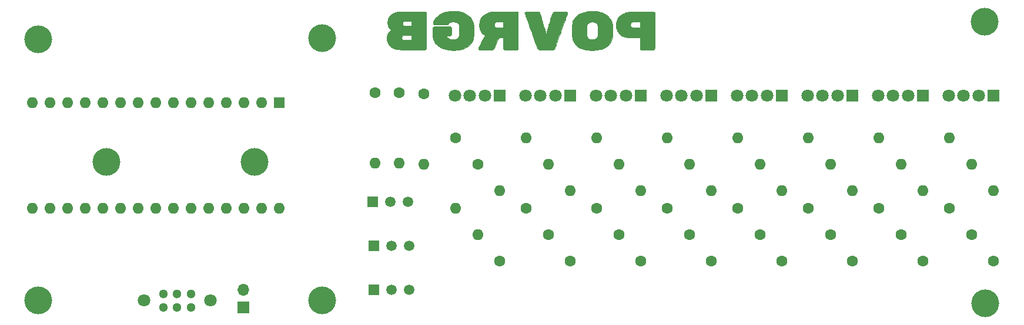
<source format=gbr>
%TF.GenerationSoftware,KiCad,Pcbnew,(6.0.1)*%
%TF.CreationDate,2022-03-22T00:20:04-03:00*%
%TF.ProjectId,POV_fna,504f565f-666e-4612-9e6b-696361645f70,rev?*%
%TF.SameCoordinates,Original*%
%TF.FileFunction,Soldermask,Bot*%
%TF.FilePolarity,Negative*%
%FSLAX46Y46*%
G04 Gerber Fmt 4.6, Leading zero omitted, Abs format (unit mm)*
G04 Created by KiCad (PCBNEW (6.0.1)) date 2022-03-22 00:20:04*
%MOMM*%
%LPD*%
G01*
G04 APERTURE LIST*
%ADD10C,0.010000*%
%ADD11C,1.600000*%
%ADD12O,1.600000X1.600000*%
%ADD13C,4.000000*%
%ADD14R,1.800000X1.800000*%
%ADD15C,1.800000*%
%ADD16R,1.500000X1.500000*%
%ADD17C,1.500000*%
%ADD18C,1.300000*%
%ADD19R,1.600000X1.600000*%
%ADD20R,1.700000X1.700000*%
%ADD21O,1.700000X1.700000*%
G04 APERTURE END LIST*
D10*
%TO.C,G\u002A\u002A\u002A*%
X157771428Y-72202456D02*
X157538284Y-72203838D01*
X157538284Y-72203838D02*
X157524902Y-72203933D01*
X157524902Y-72203933D02*
X156649928Y-72210154D01*
X156649928Y-72210154D02*
X156598861Y-72269543D01*
X156598861Y-72269543D02*
X156564494Y-72321441D01*
X156564494Y-72321441D02*
X156548036Y-72369751D01*
X156548036Y-72369751D02*
X156547793Y-72374481D01*
X156547793Y-72374481D02*
X156554852Y-72399738D01*
X156554852Y-72399738D02*
X156575334Y-72461886D01*
X156575334Y-72461886D02*
X156608198Y-72558029D01*
X156608198Y-72558029D02*
X156652403Y-72685273D01*
X156652403Y-72685273D02*
X156706908Y-72840724D01*
X156706908Y-72840724D02*
X156770671Y-73021485D01*
X156770671Y-73021485D02*
X156842650Y-73224663D01*
X156842650Y-73224663D02*
X156921806Y-73447362D01*
X156921806Y-73447362D02*
X157007095Y-73686688D01*
X157007095Y-73686688D02*
X157097478Y-73939745D01*
X157097478Y-73939745D02*
X157191912Y-74203639D01*
X157191912Y-74203639D02*
X157289357Y-74475475D01*
X157289357Y-74475475D02*
X157388771Y-74752359D01*
X157388771Y-74752359D02*
X157489113Y-75031394D01*
X157489113Y-75031394D02*
X157589341Y-75309687D01*
X157589341Y-75309687D02*
X157688415Y-75584343D01*
X157688415Y-75584343D02*
X157785292Y-75852466D01*
X157785292Y-75852466D02*
X157878932Y-76111162D01*
X157878932Y-76111162D02*
X157968294Y-76357536D01*
X157968294Y-76357536D02*
X158052335Y-76588693D01*
X158052335Y-76588693D02*
X158130015Y-76801738D01*
X158130015Y-76801738D02*
X158200293Y-76993777D01*
X158200293Y-76993777D02*
X158262127Y-77161914D01*
X158262127Y-77161914D02*
X158314475Y-77303254D01*
X158314475Y-77303254D02*
X158356298Y-77414904D01*
X158356298Y-77414904D02*
X158386552Y-77493967D01*
X158386552Y-77493967D02*
X158404198Y-77537549D01*
X158404198Y-77537549D02*
X158407351Y-77544154D01*
X158407351Y-77544154D02*
X158448257Y-77592301D01*
X158448257Y-77592301D02*
X158509524Y-77639480D01*
X158509524Y-77639480D02*
X158537137Y-77655279D01*
X158537137Y-77655279D02*
X158559486Y-77666270D01*
X158559486Y-77666270D02*
X158581901Y-77675420D01*
X158581901Y-77675420D02*
X158608262Y-77682891D01*
X158608262Y-77682891D02*
X158642445Y-77688847D01*
X158642445Y-77688847D02*
X158688329Y-77693451D01*
X158688329Y-77693451D02*
X158749790Y-77696867D01*
X158749790Y-77696867D02*
X158830707Y-77699256D01*
X158830707Y-77699256D02*
X158934957Y-77700783D01*
X158934957Y-77700783D02*
X159066418Y-77701611D01*
X159066418Y-77701611D02*
X159228967Y-77701902D01*
X159228967Y-77701902D02*
X159426483Y-77701820D01*
X159426483Y-77701820D02*
X159637319Y-77701562D01*
X159637319Y-77701562D02*
X159876350Y-77700798D01*
X159876350Y-77700798D02*
X160090342Y-77699212D01*
X160090342Y-77699212D02*
X160276571Y-77696862D01*
X160276571Y-77696862D02*
X160432313Y-77693805D01*
X160432313Y-77693805D02*
X160554842Y-77690099D01*
X160554842Y-77690099D02*
X160641435Y-77685802D01*
X160641435Y-77685802D02*
X160689366Y-77680971D01*
X160689366Y-77680971D02*
X160696459Y-77679182D01*
X160696459Y-77679182D02*
X160785721Y-77621935D01*
X160785721Y-77621935D02*
X160861128Y-77529387D01*
X160861128Y-77529387D02*
X160909827Y-77429128D01*
X160909827Y-77429128D02*
X160946482Y-77330529D01*
X160946482Y-77330529D02*
X160994085Y-77201191D01*
X160994085Y-77201191D02*
X161051599Y-77043997D01*
X161051599Y-77043997D02*
X161117987Y-76861832D01*
X161117987Y-76861832D02*
X161192215Y-76657578D01*
X161192215Y-76657578D02*
X161273245Y-76434119D01*
X161273245Y-76434119D02*
X161360041Y-76194338D01*
X161360041Y-76194338D02*
X161451566Y-75941120D01*
X161451566Y-75941120D02*
X161546785Y-75677349D01*
X161546785Y-75677349D02*
X161644660Y-75405906D01*
X161644660Y-75405906D02*
X161744157Y-75129677D01*
X161744157Y-75129677D02*
X161844237Y-74851544D01*
X161844237Y-74851544D02*
X161943866Y-74574392D01*
X161943866Y-74574392D02*
X162042006Y-74301104D01*
X162042006Y-74301104D02*
X162137622Y-74034564D01*
X162137622Y-74034564D02*
X162229676Y-73777655D01*
X162229676Y-73777655D02*
X162317133Y-73533260D01*
X162317133Y-73533260D02*
X162398956Y-73304264D01*
X162398956Y-73304264D02*
X162474110Y-73093550D01*
X162474110Y-73093550D02*
X162541556Y-72904002D01*
X162541556Y-72904002D02*
X162600260Y-72738502D01*
X162600260Y-72738502D02*
X162649185Y-72599936D01*
X162649185Y-72599936D02*
X162687295Y-72491186D01*
X162687295Y-72491186D02*
X162713553Y-72415137D01*
X162713553Y-72415137D02*
X162726922Y-72374670D01*
X162726922Y-72374670D02*
X162728459Y-72368783D01*
X162728459Y-72368783D02*
X162715236Y-72326718D01*
X162715236Y-72326718D02*
X162682855Y-72276124D01*
X162682855Y-72276124D02*
X162677391Y-72269543D01*
X162677391Y-72269543D02*
X162626323Y-72210154D01*
X162626323Y-72210154D02*
X161745536Y-72204187D01*
X161745536Y-72204187D02*
X161501599Y-72203109D01*
X161501599Y-72203109D02*
X161289715Y-72203367D01*
X161289715Y-72203367D02*
X161111751Y-72204931D01*
X161111751Y-72204931D02*
X160969577Y-72207769D01*
X160969577Y-72207769D02*
X160865063Y-72211850D01*
X160865063Y-72211850D02*
X160800078Y-72217144D01*
X160800078Y-72217144D02*
X160783189Y-72220182D01*
X160783189Y-72220182D02*
X160702511Y-72259364D01*
X160702511Y-72259364D02*
X160621494Y-72330007D01*
X160621494Y-72330007D02*
X160619670Y-72331996D01*
X160619670Y-72331996D02*
X160603836Y-72350082D01*
X160603836Y-72350082D02*
X160588899Y-72369867D01*
X160588899Y-72369867D02*
X160573889Y-72394256D01*
X160573889Y-72394256D02*
X160557834Y-72426156D01*
X160557834Y-72426156D02*
X160539766Y-72468471D01*
X160539766Y-72468471D02*
X160518713Y-72524109D01*
X160518713Y-72524109D02*
X160493705Y-72595974D01*
X160493705Y-72595974D02*
X160463772Y-72686973D01*
X160463772Y-72686973D02*
X160427944Y-72800010D01*
X160427944Y-72800010D02*
X160385249Y-72937993D01*
X160385249Y-72937993D02*
X160334718Y-73103825D01*
X160334718Y-73103825D02*
X160275381Y-73300414D01*
X160275381Y-73300414D02*
X160206267Y-73530664D01*
X160206267Y-73530664D02*
X160126405Y-73797482D01*
X160126405Y-73797482D02*
X160093209Y-73908492D01*
X160093209Y-73908492D02*
X160020815Y-74150099D01*
X160020815Y-74150099D02*
X159951768Y-74379521D01*
X159951768Y-74379521D02*
X159887044Y-74593585D01*
X159887044Y-74593585D02*
X159827616Y-74789118D01*
X159827616Y-74789118D02*
X159774459Y-74962943D01*
X159774459Y-74962943D02*
X159728547Y-75111888D01*
X159728547Y-75111888D02*
X159690853Y-75232779D01*
X159690853Y-75232779D02*
X159662352Y-75322440D01*
X159662352Y-75322440D02*
X159644018Y-75377698D01*
X159644018Y-75377698D02*
X159636913Y-75395436D01*
X159636913Y-75395436D02*
X159628958Y-75375768D01*
X159628958Y-75375768D02*
X159609981Y-75318920D01*
X159609981Y-75318920D02*
X159581033Y-75228289D01*
X159581033Y-75228289D02*
X159543160Y-75107272D01*
X159543160Y-75107272D02*
X159497412Y-74959265D01*
X159497412Y-74959265D02*
X159444837Y-74787667D01*
X159444837Y-74787667D02*
X159386483Y-74595873D01*
X159386483Y-74595873D02*
X159323399Y-74387280D01*
X159323399Y-74387280D02*
X159256633Y-74165285D01*
X159256633Y-74165285D02*
X159236851Y-74099279D01*
X159236851Y-74099279D02*
X159145570Y-73794496D01*
X159145570Y-73794496D02*
X159065594Y-73527637D01*
X159065594Y-73527637D02*
X158996065Y-73296079D01*
X158996065Y-73296079D02*
X158936126Y-73097197D01*
X158936126Y-73097197D02*
X158884919Y-72928368D01*
X158884919Y-72928368D02*
X158841586Y-72786967D01*
X158841586Y-72786967D02*
X158805271Y-72670370D01*
X158805271Y-72670370D02*
X158775117Y-72575953D01*
X158775117Y-72575953D02*
X158750265Y-72501092D01*
X158750265Y-72501092D02*
X158729859Y-72443164D01*
X158729859Y-72443164D02*
X158713041Y-72399542D01*
X158713041Y-72399542D02*
X158698954Y-72367605D01*
X158698954Y-72367605D02*
X158686741Y-72344727D01*
X158686741Y-72344727D02*
X158675544Y-72328284D01*
X158675544Y-72328284D02*
X158664506Y-72315653D01*
X158664506Y-72315653D02*
X158652770Y-72304209D01*
X158652770Y-72304209D02*
X158649306Y-72300922D01*
X158649306Y-72300922D02*
X158621596Y-72276811D01*
X158621596Y-72276811D02*
X158590997Y-72256773D01*
X158590997Y-72256773D02*
X158553586Y-72240469D01*
X158553586Y-72240469D02*
X158505441Y-72227560D01*
X158505441Y-72227560D02*
X158442637Y-72217707D01*
X158442637Y-72217707D02*
X158361252Y-72210574D01*
X158361252Y-72210574D02*
X158257362Y-72205820D01*
X158257362Y-72205820D02*
X158127044Y-72203108D01*
X158127044Y-72203108D02*
X157966373Y-72202100D01*
X157966373Y-72202100D02*
X157771428Y-72202456D01*
X157771428Y-72202456D02*
X157771428Y-72202456D01*
G36*
X158127044Y-72203108D02*
G01*
X158257362Y-72205820D01*
X158361252Y-72210574D01*
X158442637Y-72217707D01*
X158505441Y-72227560D01*
X158553586Y-72240469D01*
X158590997Y-72256773D01*
X158621596Y-72276811D01*
X158649306Y-72300922D01*
X158652770Y-72304209D01*
X158664506Y-72315653D01*
X158675544Y-72328284D01*
X158686741Y-72344727D01*
X158698954Y-72367605D01*
X158713041Y-72399542D01*
X158729859Y-72443164D01*
X158750265Y-72501092D01*
X158775117Y-72575953D01*
X158805271Y-72670370D01*
X158841586Y-72786967D01*
X158884919Y-72928368D01*
X158936126Y-73097197D01*
X158996065Y-73296079D01*
X159065594Y-73527637D01*
X159145570Y-73794496D01*
X159236851Y-74099279D01*
X159256633Y-74165285D01*
X159323399Y-74387280D01*
X159386483Y-74595873D01*
X159444837Y-74787667D01*
X159497412Y-74959265D01*
X159543160Y-75107272D01*
X159581033Y-75228289D01*
X159609981Y-75318920D01*
X159628958Y-75375768D01*
X159636913Y-75395436D01*
X159644018Y-75377698D01*
X159662352Y-75322440D01*
X159690853Y-75232779D01*
X159728547Y-75111888D01*
X159774459Y-74962943D01*
X159827616Y-74789118D01*
X159887044Y-74593585D01*
X159951768Y-74379521D01*
X160020815Y-74150099D01*
X160093209Y-73908492D01*
X160126405Y-73797482D01*
X160206267Y-73530664D01*
X160275381Y-73300414D01*
X160334718Y-73103825D01*
X160385249Y-72937993D01*
X160427944Y-72800010D01*
X160463772Y-72686973D01*
X160493705Y-72595974D01*
X160518713Y-72524109D01*
X160539766Y-72468471D01*
X160557834Y-72426156D01*
X160573889Y-72394256D01*
X160588899Y-72369867D01*
X160603836Y-72350082D01*
X160619670Y-72331996D01*
X160621494Y-72330007D01*
X160702511Y-72259364D01*
X160783189Y-72220182D01*
X160800078Y-72217144D01*
X160865063Y-72211850D01*
X160969577Y-72207769D01*
X161111751Y-72204931D01*
X161289715Y-72203367D01*
X161501599Y-72203109D01*
X161745536Y-72204187D01*
X162626323Y-72210154D01*
X162677391Y-72269543D01*
X162682855Y-72276124D01*
X162715236Y-72326718D01*
X162728459Y-72368783D01*
X162726922Y-72374670D01*
X162713553Y-72415137D01*
X162687295Y-72491186D01*
X162649185Y-72599936D01*
X162600260Y-72738502D01*
X162541556Y-72904002D01*
X162474110Y-73093550D01*
X162398956Y-73304264D01*
X162317133Y-73533260D01*
X162229676Y-73777655D01*
X162137622Y-74034564D01*
X162042006Y-74301104D01*
X161943866Y-74574392D01*
X161844237Y-74851544D01*
X161744157Y-75129677D01*
X161644660Y-75405906D01*
X161546785Y-75677349D01*
X161451566Y-75941120D01*
X161360041Y-76194338D01*
X161273245Y-76434119D01*
X161192215Y-76657578D01*
X161117987Y-76861832D01*
X161051599Y-77043997D01*
X160994085Y-77201191D01*
X160946482Y-77330529D01*
X160909827Y-77429128D01*
X160861128Y-77529387D01*
X160785721Y-77621935D01*
X160696459Y-77679182D01*
X160689366Y-77680971D01*
X160641435Y-77685802D01*
X160554842Y-77690099D01*
X160432313Y-77693805D01*
X160276571Y-77696862D01*
X160090342Y-77699212D01*
X159876350Y-77700798D01*
X159637319Y-77701562D01*
X159426483Y-77701820D01*
X159228967Y-77701902D01*
X159066418Y-77701611D01*
X158934957Y-77700783D01*
X158830707Y-77699256D01*
X158749790Y-77696867D01*
X158688329Y-77693451D01*
X158642445Y-77688847D01*
X158608262Y-77682891D01*
X158581901Y-77675420D01*
X158559486Y-77666270D01*
X158537137Y-77655279D01*
X158509524Y-77639480D01*
X158448257Y-77592301D01*
X158407351Y-77544154D01*
X158404198Y-77537549D01*
X158386552Y-77493967D01*
X158356298Y-77414904D01*
X158314475Y-77303254D01*
X158262127Y-77161914D01*
X158200293Y-76993777D01*
X158130015Y-76801738D01*
X158052335Y-76588693D01*
X157968294Y-76357536D01*
X157878932Y-76111162D01*
X157785292Y-75852466D01*
X157688415Y-75584343D01*
X157589341Y-75309687D01*
X157489113Y-75031394D01*
X157388771Y-74752359D01*
X157289357Y-74475475D01*
X157191912Y-74203639D01*
X157097478Y-73939745D01*
X157007095Y-73686688D01*
X156921806Y-73447362D01*
X156842650Y-73224663D01*
X156770671Y-73021485D01*
X156706908Y-72840724D01*
X156652403Y-72685273D01*
X156608198Y-72558029D01*
X156575334Y-72461886D01*
X156554852Y-72399738D01*
X156547793Y-72374481D01*
X156548036Y-72369751D01*
X156564494Y-72321441D01*
X156598861Y-72269543D01*
X156649928Y-72210154D01*
X157524902Y-72203933D01*
X157538284Y-72203838D01*
X157771428Y-72202456D01*
X157966373Y-72202100D01*
X158127044Y-72203108D01*
G37*
X158127044Y-72203108D02*
X158257362Y-72205820D01*
X158361252Y-72210574D01*
X158442637Y-72217707D01*
X158505441Y-72227560D01*
X158553586Y-72240469D01*
X158590997Y-72256773D01*
X158621596Y-72276811D01*
X158649306Y-72300922D01*
X158652770Y-72304209D01*
X158664506Y-72315653D01*
X158675544Y-72328284D01*
X158686741Y-72344727D01*
X158698954Y-72367605D01*
X158713041Y-72399542D01*
X158729859Y-72443164D01*
X158750265Y-72501092D01*
X158775117Y-72575953D01*
X158805271Y-72670370D01*
X158841586Y-72786967D01*
X158884919Y-72928368D01*
X158936126Y-73097197D01*
X158996065Y-73296079D01*
X159065594Y-73527637D01*
X159145570Y-73794496D01*
X159236851Y-74099279D01*
X159256633Y-74165285D01*
X159323399Y-74387280D01*
X159386483Y-74595873D01*
X159444837Y-74787667D01*
X159497412Y-74959265D01*
X159543160Y-75107272D01*
X159581033Y-75228289D01*
X159609981Y-75318920D01*
X159628958Y-75375768D01*
X159636913Y-75395436D01*
X159644018Y-75377698D01*
X159662352Y-75322440D01*
X159690853Y-75232779D01*
X159728547Y-75111888D01*
X159774459Y-74962943D01*
X159827616Y-74789118D01*
X159887044Y-74593585D01*
X159951768Y-74379521D01*
X160020815Y-74150099D01*
X160093209Y-73908492D01*
X160126405Y-73797482D01*
X160206267Y-73530664D01*
X160275381Y-73300414D01*
X160334718Y-73103825D01*
X160385249Y-72937993D01*
X160427944Y-72800010D01*
X160463772Y-72686973D01*
X160493705Y-72595974D01*
X160518713Y-72524109D01*
X160539766Y-72468471D01*
X160557834Y-72426156D01*
X160573889Y-72394256D01*
X160588899Y-72369867D01*
X160603836Y-72350082D01*
X160619670Y-72331996D01*
X160621494Y-72330007D01*
X160702511Y-72259364D01*
X160783189Y-72220182D01*
X160800078Y-72217144D01*
X160865063Y-72211850D01*
X160969577Y-72207769D01*
X161111751Y-72204931D01*
X161289715Y-72203367D01*
X161501599Y-72203109D01*
X161745536Y-72204187D01*
X162626323Y-72210154D01*
X162677391Y-72269543D01*
X162682855Y-72276124D01*
X162715236Y-72326718D01*
X162728459Y-72368783D01*
X162726922Y-72374670D01*
X162713553Y-72415137D01*
X162687295Y-72491186D01*
X162649185Y-72599936D01*
X162600260Y-72738502D01*
X162541556Y-72904002D01*
X162474110Y-73093550D01*
X162398956Y-73304264D01*
X162317133Y-73533260D01*
X162229676Y-73777655D01*
X162137622Y-74034564D01*
X162042006Y-74301104D01*
X161943866Y-74574392D01*
X161844237Y-74851544D01*
X161744157Y-75129677D01*
X161644660Y-75405906D01*
X161546785Y-75677349D01*
X161451566Y-75941120D01*
X161360041Y-76194338D01*
X161273245Y-76434119D01*
X161192215Y-76657578D01*
X161117987Y-76861832D01*
X161051599Y-77043997D01*
X160994085Y-77201191D01*
X160946482Y-77330529D01*
X160909827Y-77429128D01*
X160861128Y-77529387D01*
X160785721Y-77621935D01*
X160696459Y-77679182D01*
X160689366Y-77680971D01*
X160641435Y-77685802D01*
X160554842Y-77690099D01*
X160432313Y-77693805D01*
X160276571Y-77696862D01*
X160090342Y-77699212D01*
X159876350Y-77700798D01*
X159637319Y-77701562D01*
X159426483Y-77701820D01*
X159228967Y-77701902D01*
X159066418Y-77701611D01*
X158934957Y-77700783D01*
X158830707Y-77699256D01*
X158749790Y-77696867D01*
X158688329Y-77693451D01*
X158642445Y-77688847D01*
X158608262Y-77682891D01*
X158581901Y-77675420D01*
X158559486Y-77666270D01*
X158537137Y-77655279D01*
X158509524Y-77639480D01*
X158448257Y-77592301D01*
X158407351Y-77544154D01*
X158404198Y-77537549D01*
X158386552Y-77493967D01*
X158356298Y-77414904D01*
X158314475Y-77303254D01*
X158262127Y-77161914D01*
X158200293Y-76993777D01*
X158130015Y-76801738D01*
X158052335Y-76588693D01*
X157968294Y-76357536D01*
X157878932Y-76111162D01*
X157785292Y-75852466D01*
X157688415Y-75584343D01*
X157589341Y-75309687D01*
X157489113Y-75031394D01*
X157388771Y-74752359D01*
X157289357Y-74475475D01*
X157191912Y-74203639D01*
X157097478Y-73939745D01*
X157007095Y-73686688D01*
X156921806Y-73447362D01*
X156842650Y-73224663D01*
X156770671Y-73021485D01*
X156706908Y-72840724D01*
X156652403Y-72685273D01*
X156608198Y-72558029D01*
X156575334Y-72461886D01*
X156554852Y-72399738D01*
X156547793Y-72374481D01*
X156548036Y-72369751D01*
X156564494Y-72321441D01*
X156598861Y-72269543D01*
X156649928Y-72210154D01*
X157524902Y-72203933D01*
X157538284Y-72203838D01*
X157771428Y-72202456D01*
X157966373Y-72202100D01*
X158127044Y-72203108D01*
X140731177Y-72199868D02*
X140503459Y-72199939D01*
X140503459Y-72199939D02*
X140234784Y-72200253D01*
X140234784Y-72200253D02*
X139973121Y-72201070D01*
X139973121Y-72201070D02*
X139722341Y-72202345D01*
X139722341Y-72202345D02*
X139486319Y-72204038D01*
X139486319Y-72204038D02*
X139268926Y-72206105D01*
X139268926Y-72206105D02*
X139074035Y-72208503D01*
X139074035Y-72208503D02*
X138905519Y-72211191D01*
X138905519Y-72211191D02*
X138767251Y-72214124D01*
X138767251Y-72214124D02*
X138663103Y-72217262D01*
X138663103Y-72217262D02*
X138596947Y-72220561D01*
X138596947Y-72220561D02*
X138591715Y-72220968D01*
X138591715Y-72220968D02*
X138261190Y-72261551D01*
X138261190Y-72261551D02*
X137965609Y-72325797D01*
X137965609Y-72325797D02*
X137704631Y-72413979D01*
X137704631Y-72413979D02*
X137477914Y-72526369D01*
X137477914Y-72526369D02*
X137285119Y-72663242D01*
X137285119Y-72663242D02*
X137125903Y-72824869D01*
X137125903Y-72824869D02*
X136999926Y-73011524D01*
X136999926Y-73011524D02*
X136906847Y-73223480D01*
X136906847Y-73223480D02*
X136846324Y-73461009D01*
X136846324Y-73461009D02*
X136823681Y-73636213D01*
X136823681Y-73636213D02*
X136815560Y-73872563D01*
X136815560Y-73872563D02*
X136834879Y-74080046D01*
X136834879Y-74080046D02*
X136883156Y-74263261D01*
X136883156Y-74263261D02*
X136961906Y-74426810D01*
X136961906Y-74426810D02*
X137072649Y-74575292D01*
X137072649Y-74575292D02*
X137163608Y-74666912D01*
X137163608Y-74666912D02*
X137230931Y-74724670D01*
X137230931Y-74724670D02*
X137295785Y-74774134D01*
X137295785Y-74774134D02*
X137344434Y-74804849D01*
X137344434Y-74804849D02*
X137345481Y-74805363D01*
X137345481Y-74805363D02*
X137409886Y-74836555D01*
X137409886Y-74836555D02*
X137310964Y-74882656D01*
X137310964Y-74882656D02*
X137180726Y-74962731D01*
X137180726Y-74962731D02*
X137054027Y-75076316D01*
X137054027Y-75076316D02*
X136937905Y-75214733D01*
X136937905Y-75214733D02*
X136839403Y-75369303D01*
X136839403Y-75369303D02*
X136765559Y-75531348D01*
X136765559Y-75531348D02*
X136751797Y-75571942D01*
X136751797Y-75571942D02*
X136725092Y-75691715D01*
X136725092Y-75691715D02*
X136708676Y-75840174D01*
X136708676Y-75840174D02*
X136702541Y-76004945D01*
X136702541Y-76004945D02*
X136706681Y-76173653D01*
X136706681Y-76173653D02*
X136721089Y-76333923D01*
X136721089Y-76333923D02*
X136745756Y-76473378D01*
X136745756Y-76473378D02*
X136752351Y-76499275D01*
X136752351Y-76499275D02*
X136836908Y-76738893D01*
X136836908Y-76738893D02*
X136952906Y-76950824D01*
X136952906Y-76950824D02*
X137100845Y-77135560D01*
X137100845Y-77135560D02*
X137281227Y-77293592D01*
X137281227Y-77293592D02*
X137494552Y-77425410D01*
X137494552Y-77425410D02*
X137741320Y-77531507D01*
X137741320Y-77531507D02*
X137836630Y-77562945D01*
X137836630Y-77562945D02*
X137904503Y-77583745D01*
X137904503Y-77583745D02*
X137966109Y-77602110D01*
X137966109Y-77602110D02*
X138024420Y-77618200D01*
X138024420Y-77618200D02*
X138082412Y-77632177D01*
X138082412Y-77632177D02*
X138143057Y-77644200D01*
X138143057Y-77644200D02*
X138209328Y-77654431D01*
X138209328Y-77654431D02*
X138284200Y-77663029D01*
X138284200Y-77663029D02*
X138370646Y-77670156D01*
X138370646Y-77670156D02*
X138471639Y-77675973D01*
X138471639Y-77675973D02*
X138590153Y-77680639D01*
X138590153Y-77680639D02*
X138729162Y-77684316D01*
X138729162Y-77684316D02*
X138891638Y-77687164D01*
X138891638Y-77687164D02*
X139080557Y-77689344D01*
X139080557Y-77689344D02*
X139298890Y-77691016D01*
X139298890Y-77691016D02*
X139549611Y-77692341D01*
X139549611Y-77692341D02*
X139835695Y-77693479D01*
X139835695Y-77693479D02*
X140160115Y-77694592D01*
X140160115Y-77694592D02*
X140281209Y-77694998D01*
X140281209Y-77694998D02*
X140589904Y-77695824D01*
X140589904Y-77695824D02*
X140879692Y-77696175D01*
X140879692Y-77696175D02*
X141148116Y-77696066D01*
X141148116Y-77696066D02*
X141392720Y-77695514D01*
X141392720Y-77695514D02*
X141611045Y-77694534D01*
X141611045Y-77694534D02*
X141800635Y-77693145D01*
X141800635Y-77693145D02*
X141959033Y-77691360D01*
X141959033Y-77691360D02*
X142083782Y-77689197D01*
X142083782Y-77689197D02*
X142172424Y-77686672D01*
X142172424Y-77686672D02*
X142222504Y-77683801D01*
X142222504Y-77683801D02*
X142232601Y-77682132D01*
X142232601Y-77682132D02*
X142277280Y-77650736D01*
X142277280Y-77650736D02*
X142317267Y-77604438D01*
X142317267Y-77604438D02*
X142323007Y-77594101D01*
X142323007Y-77594101D02*
X142328154Y-77580035D01*
X142328154Y-77580035D02*
X142332748Y-77559972D01*
X142332748Y-77559972D02*
X142336827Y-77531641D01*
X142336827Y-77531641D02*
X142340428Y-77492773D01*
X142340428Y-77492773D02*
X142343590Y-77441098D01*
X142343590Y-77441098D02*
X142346351Y-77374348D01*
X142346351Y-77374348D02*
X142348749Y-77290251D01*
X142348749Y-77290251D02*
X142350822Y-77186540D01*
X142350822Y-77186540D02*
X142352609Y-77060944D01*
X142352609Y-77060944D02*
X142354147Y-76911194D01*
X142354147Y-76911194D02*
X142355474Y-76735021D01*
X142355474Y-76735021D02*
X142356630Y-76530154D01*
X142356630Y-76530154D02*
X142357651Y-76294325D01*
X142357651Y-76294325D02*
X142358576Y-76025263D01*
X142358576Y-76025263D02*
X142359443Y-75720700D01*
X142359443Y-75720700D02*
X142359776Y-75586238D01*
X142359776Y-75586238D02*
X140291793Y-75586238D01*
X140291793Y-75586238D02*
X140291793Y-76327071D01*
X140291793Y-76327071D02*
X139675934Y-76327071D01*
X139675934Y-76327071D02*
X139494817Y-76326820D01*
X139494817Y-76326820D02*
X139351127Y-76325896D01*
X139351127Y-76325896D02*
X139239959Y-76324041D01*
X139239959Y-76324041D02*
X139156411Y-76320996D01*
X139156411Y-76320996D02*
X139095576Y-76316505D01*
X139095576Y-76316505D02*
X139052552Y-76310309D01*
X139052552Y-76310309D02*
X139022434Y-76302150D01*
X139022434Y-76302150D02*
X139000317Y-76291771D01*
X139000317Y-76291771D02*
X138999898Y-76291523D01*
X138999898Y-76291523D02*
X138954518Y-76251928D01*
X138954518Y-76251928D02*
X138906743Y-76191178D01*
X138906743Y-76191178D02*
X138885507Y-76156367D01*
X138885507Y-76156367D02*
X138840630Y-76037005D01*
X138840630Y-76037005D02*
X138832392Y-75918386D01*
X138832392Y-75918386D02*
X138858883Y-75807868D01*
X138858883Y-75807868D02*
X138918193Y-75712810D01*
X138918193Y-75712810D02*
X139008414Y-75640571D01*
X139008414Y-75640571D02*
X139021073Y-75633863D01*
X139021073Y-75633863D02*
X139050464Y-75619819D01*
X139050464Y-75619819D02*
X139080019Y-75608845D01*
X139080019Y-75608845D02*
X139115154Y-75600563D01*
X139115154Y-75600563D02*
X139161288Y-75594596D01*
X139161288Y-75594596D02*
X139223839Y-75590565D01*
X139223839Y-75590565D02*
X139308224Y-75588091D01*
X139308224Y-75588091D02*
X139419861Y-75586798D01*
X139419861Y-75586798D02*
X139564167Y-75586307D01*
X139564167Y-75586307D02*
X139703611Y-75586238D01*
X139703611Y-75586238D02*
X140291793Y-75586238D01*
X140291793Y-75586238D02*
X142359776Y-75586238D01*
X142359776Y-75586238D02*
X142360291Y-75378366D01*
X142360291Y-75378366D02*
X142361157Y-74995991D01*
X142361157Y-74995991D02*
X142361166Y-74991896D01*
X142361166Y-74991896D02*
X142361960Y-74592317D01*
X142361960Y-74592317D02*
X142362480Y-74233118D01*
X142362480Y-74233118D02*
X142362710Y-73912348D01*
X142362710Y-73912348D02*
X142362634Y-73628055D01*
X142362634Y-73628055D02*
X142362551Y-73575404D01*
X142362551Y-73575404D02*
X140291793Y-73575404D01*
X140291793Y-73575404D02*
X140291793Y-74277021D01*
X140291793Y-74277021D02*
X139732381Y-74270171D01*
X139732381Y-74270171D02*
X139563152Y-74267927D01*
X139563152Y-74267927D02*
X139430983Y-74265551D01*
X139430983Y-74265551D02*
X139330603Y-74262611D01*
X139330603Y-74262611D02*
X139256741Y-74258676D01*
X139256741Y-74258676D02*
X139204124Y-74253316D01*
X139204124Y-74253316D02*
X139167480Y-74246099D01*
X139167480Y-74246099D02*
X139141539Y-74236596D01*
X139141539Y-74236596D02*
X139121028Y-74224374D01*
X139121028Y-74224374D02*
X139114564Y-74219680D01*
X139114564Y-74219680D02*
X139030828Y-74140654D01*
X139030828Y-74140654D02*
X138982312Y-74050059D01*
X138982312Y-74050059D02*
X138962787Y-73946805D01*
X138962787Y-73946805D02*
X138964556Y-73831024D01*
X138964556Y-73831024D02*
X138994519Y-73738684D01*
X138994519Y-73738684D02*
X139056983Y-73658280D01*
X139056983Y-73658280D02*
X139078054Y-73638807D01*
X139078054Y-73638807D02*
X139150266Y-73575404D01*
X139150266Y-73575404D02*
X140291793Y-73575404D01*
X140291793Y-73575404D02*
X142362551Y-73575404D01*
X142362551Y-73575404D02*
X142362238Y-73378286D01*
X142362238Y-73378286D02*
X142361505Y-73161090D01*
X142361505Y-73161090D02*
X142360420Y-72974514D01*
X142360420Y-72974514D02*
X142358966Y-72816606D01*
X142358966Y-72816606D02*
X142357129Y-72685414D01*
X142357129Y-72685414D02*
X142354893Y-72578987D01*
X142354893Y-72578987D02*
X142352241Y-72495373D01*
X142352241Y-72495373D02*
X142349159Y-72432618D01*
X142349159Y-72432618D02*
X142345630Y-72388772D01*
X142345630Y-72388772D02*
X142341639Y-72361882D01*
X142341639Y-72361882D02*
X142339999Y-72355709D01*
X142339999Y-72355709D02*
X142331507Y-72328067D01*
X142331507Y-72328067D02*
X142323446Y-72303889D01*
X142323446Y-72303889D02*
X142313093Y-72282945D01*
X142313093Y-72282945D02*
X142297726Y-72265004D01*
X142297726Y-72265004D02*
X142274622Y-72249835D01*
X142274622Y-72249835D02*
X142241059Y-72237207D01*
X142241059Y-72237207D02*
X142194314Y-72226888D01*
X142194314Y-72226888D02*
X142131664Y-72218649D01*
X142131664Y-72218649D02*
X142050387Y-72212258D01*
X142050387Y-72212258D02*
X141947759Y-72207484D01*
X141947759Y-72207484D02*
X141821059Y-72204096D01*
X141821059Y-72204096D02*
X141667564Y-72201863D01*
X141667564Y-72201863D02*
X141484551Y-72200555D01*
X141484551Y-72200555D02*
X141269297Y-72199941D01*
X141269297Y-72199941D02*
X141019080Y-72199789D01*
X141019080Y-72199789D02*
X140731177Y-72199868D01*
X140731177Y-72199868D02*
X140731177Y-72199868D01*
G36*
X142358576Y-76025263D02*
G01*
X142357651Y-76294325D01*
X142356630Y-76530154D01*
X142355474Y-76735021D01*
X142354147Y-76911194D01*
X142352609Y-77060944D01*
X142350822Y-77186540D01*
X142348749Y-77290251D01*
X142346351Y-77374348D01*
X142343590Y-77441098D01*
X142340428Y-77492773D01*
X142336827Y-77531641D01*
X142332748Y-77559972D01*
X142328154Y-77580035D01*
X142323007Y-77594101D01*
X142317267Y-77604438D01*
X142277280Y-77650736D01*
X142232601Y-77682132D01*
X142222504Y-77683801D01*
X142172424Y-77686672D01*
X142083782Y-77689197D01*
X141959033Y-77691360D01*
X141800635Y-77693145D01*
X141611045Y-77694534D01*
X141392720Y-77695514D01*
X141148116Y-77696066D01*
X140879692Y-77696175D01*
X140589904Y-77695824D01*
X140281209Y-77694998D01*
X140160115Y-77694592D01*
X139835695Y-77693479D01*
X139549611Y-77692341D01*
X139298890Y-77691016D01*
X139080557Y-77689344D01*
X138891638Y-77687164D01*
X138729162Y-77684316D01*
X138590153Y-77680639D01*
X138471639Y-77675973D01*
X138370646Y-77670156D01*
X138284200Y-77663029D01*
X138209328Y-77654431D01*
X138143057Y-77644200D01*
X138082412Y-77632177D01*
X138024420Y-77618200D01*
X137966109Y-77602110D01*
X137904503Y-77583745D01*
X137836630Y-77562945D01*
X137741320Y-77531507D01*
X137494552Y-77425410D01*
X137281227Y-77293592D01*
X137100845Y-77135560D01*
X136952906Y-76950824D01*
X136836908Y-76738893D01*
X136752351Y-76499275D01*
X136745756Y-76473378D01*
X136721089Y-76333923D01*
X136706681Y-76173653D01*
X136702541Y-76004945D01*
X136705764Y-75918386D01*
X138832392Y-75918386D01*
X138840630Y-76037005D01*
X138885507Y-76156367D01*
X138906743Y-76191178D01*
X138954518Y-76251928D01*
X138999898Y-76291523D01*
X139000317Y-76291771D01*
X139022434Y-76302150D01*
X139052552Y-76310309D01*
X139095576Y-76316505D01*
X139156411Y-76320996D01*
X139239959Y-76324041D01*
X139351127Y-76325896D01*
X139494817Y-76326820D01*
X139675934Y-76327071D01*
X140291793Y-76327071D01*
X140291793Y-75586238D01*
X139703611Y-75586238D01*
X139564167Y-75586307D01*
X139419861Y-75586798D01*
X139308224Y-75588091D01*
X139223839Y-75590565D01*
X139161288Y-75594596D01*
X139115154Y-75600563D01*
X139080019Y-75608845D01*
X139050464Y-75619819D01*
X139021073Y-75633863D01*
X139008414Y-75640571D01*
X138918193Y-75712810D01*
X138858883Y-75807868D01*
X138832392Y-75918386D01*
X136705764Y-75918386D01*
X136708676Y-75840174D01*
X136725092Y-75691715D01*
X136751797Y-75571942D01*
X136765559Y-75531348D01*
X136839403Y-75369303D01*
X136937905Y-75214733D01*
X137054027Y-75076316D01*
X137180726Y-74962731D01*
X137310964Y-74882656D01*
X137409886Y-74836555D01*
X137345481Y-74805363D01*
X137344434Y-74804849D01*
X137295785Y-74774134D01*
X137230931Y-74724670D01*
X137163608Y-74666912D01*
X137072649Y-74575292D01*
X136961906Y-74426810D01*
X136883156Y-74263261D01*
X136834879Y-74080046D01*
X136822473Y-73946805D01*
X138962787Y-73946805D01*
X138982312Y-74050059D01*
X139030828Y-74140654D01*
X139114564Y-74219680D01*
X139121028Y-74224374D01*
X139141539Y-74236596D01*
X139167480Y-74246099D01*
X139204124Y-74253316D01*
X139256741Y-74258676D01*
X139330603Y-74262611D01*
X139430983Y-74265551D01*
X139563152Y-74267927D01*
X139732381Y-74270171D01*
X140291793Y-74277021D01*
X140291793Y-73575404D01*
X139150266Y-73575404D01*
X139078054Y-73638807D01*
X139056983Y-73658280D01*
X138994519Y-73738684D01*
X138964556Y-73831024D01*
X138962787Y-73946805D01*
X136822473Y-73946805D01*
X136815560Y-73872563D01*
X136823681Y-73636213D01*
X136846324Y-73461009D01*
X136906847Y-73223480D01*
X136999926Y-73011524D01*
X137125903Y-72824869D01*
X137285119Y-72663242D01*
X137477914Y-72526369D01*
X137704631Y-72413979D01*
X137965609Y-72325797D01*
X138261190Y-72261551D01*
X138591715Y-72220968D01*
X138596947Y-72220561D01*
X138663103Y-72217262D01*
X138767251Y-72214124D01*
X138905519Y-72211191D01*
X139074035Y-72208503D01*
X139268926Y-72206105D01*
X139486319Y-72204038D01*
X139722341Y-72202345D01*
X139973121Y-72201070D01*
X140234784Y-72200253D01*
X140503459Y-72199939D01*
X140731177Y-72199868D01*
X141019080Y-72199789D01*
X141269297Y-72199941D01*
X141484551Y-72200555D01*
X141667564Y-72201863D01*
X141821059Y-72204096D01*
X141947759Y-72207484D01*
X142050387Y-72212258D01*
X142131664Y-72218649D01*
X142194314Y-72226888D01*
X142241059Y-72237207D01*
X142274622Y-72249835D01*
X142297726Y-72265004D01*
X142313093Y-72282945D01*
X142323446Y-72303889D01*
X142331507Y-72328067D01*
X142339999Y-72355709D01*
X142341639Y-72361882D01*
X142345630Y-72388772D01*
X142349159Y-72432618D01*
X142352241Y-72495373D01*
X142354893Y-72578987D01*
X142357129Y-72685414D01*
X142358966Y-72816606D01*
X142360420Y-72974514D01*
X142361505Y-73161090D01*
X142362238Y-73378286D01*
X142362551Y-73575404D01*
X142362634Y-73628055D01*
X142362710Y-73912348D01*
X142362480Y-74233118D01*
X142361960Y-74592317D01*
X142361166Y-74991896D01*
X142361157Y-74995991D01*
X142360291Y-75378366D01*
X142359776Y-75586238D01*
X142359443Y-75720700D01*
X142358576Y-76025263D01*
G37*
X142358576Y-76025263D02*
X142357651Y-76294325D01*
X142356630Y-76530154D01*
X142355474Y-76735021D01*
X142354147Y-76911194D01*
X142352609Y-77060944D01*
X142350822Y-77186540D01*
X142348749Y-77290251D01*
X142346351Y-77374348D01*
X142343590Y-77441098D01*
X142340428Y-77492773D01*
X142336827Y-77531641D01*
X142332748Y-77559972D01*
X142328154Y-77580035D01*
X142323007Y-77594101D01*
X142317267Y-77604438D01*
X142277280Y-77650736D01*
X142232601Y-77682132D01*
X142222504Y-77683801D01*
X142172424Y-77686672D01*
X142083782Y-77689197D01*
X141959033Y-77691360D01*
X141800635Y-77693145D01*
X141611045Y-77694534D01*
X141392720Y-77695514D01*
X141148116Y-77696066D01*
X140879692Y-77696175D01*
X140589904Y-77695824D01*
X140281209Y-77694998D01*
X140160115Y-77694592D01*
X139835695Y-77693479D01*
X139549611Y-77692341D01*
X139298890Y-77691016D01*
X139080557Y-77689344D01*
X138891638Y-77687164D01*
X138729162Y-77684316D01*
X138590153Y-77680639D01*
X138471639Y-77675973D01*
X138370646Y-77670156D01*
X138284200Y-77663029D01*
X138209328Y-77654431D01*
X138143057Y-77644200D01*
X138082412Y-77632177D01*
X138024420Y-77618200D01*
X137966109Y-77602110D01*
X137904503Y-77583745D01*
X137836630Y-77562945D01*
X137741320Y-77531507D01*
X137494552Y-77425410D01*
X137281227Y-77293592D01*
X137100845Y-77135560D01*
X136952906Y-76950824D01*
X136836908Y-76738893D01*
X136752351Y-76499275D01*
X136745756Y-76473378D01*
X136721089Y-76333923D01*
X136706681Y-76173653D01*
X136702541Y-76004945D01*
X136705764Y-75918386D01*
X138832392Y-75918386D01*
X138840630Y-76037005D01*
X138885507Y-76156367D01*
X138906743Y-76191178D01*
X138954518Y-76251928D01*
X138999898Y-76291523D01*
X139000317Y-76291771D01*
X139022434Y-76302150D01*
X139052552Y-76310309D01*
X139095576Y-76316505D01*
X139156411Y-76320996D01*
X139239959Y-76324041D01*
X139351127Y-76325896D01*
X139494817Y-76326820D01*
X139675934Y-76327071D01*
X140291793Y-76327071D01*
X140291793Y-75586238D01*
X139703611Y-75586238D01*
X139564167Y-75586307D01*
X139419861Y-75586798D01*
X139308224Y-75588091D01*
X139223839Y-75590565D01*
X139161288Y-75594596D01*
X139115154Y-75600563D01*
X139080019Y-75608845D01*
X139050464Y-75619819D01*
X139021073Y-75633863D01*
X139008414Y-75640571D01*
X138918193Y-75712810D01*
X138858883Y-75807868D01*
X138832392Y-75918386D01*
X136705764Y-75918386D01*
X136708676Y-75840174D01*
X136725092Y-75691715D01*
X136751797Y-75571942D01*
X136765559Y-75531348D01*
X136839403Y-75369303D01*
X136937905Y-75214733D01*
X137054027Y-75076316D01*
X137180726Y-74962731D01*
X137310964Y-74882656D01*
X137409886Y-74836555D01*
X137345481Y-74805363D01*
X137344434Y-74804849D01*
X137295785Y-74774134D01*
X137230931Y-74724670D01*
X137163608Y-74666912D01*
X137072649Y-74575292D01*
X136961906Y-74426810D01*
X136883156Y-74263261D01*
X136834879Y-74080046D01*
X136822473Y-73946805D01*
X138962787Y-73946805D01*
X138982312Y-74050059D01*
X139030828Y-74140654D01*
X139114564Y-74219680D01*
X139121028Y-74224374D01*
X139141539Y-74236596D01*
X139167480Y-74246099D01*
X139204124Y-74253316D01*
X139256741Y-74258676D01*
X139330603Y-74262611D01*
X139430983Y-74265551D01*
X139563152Y-74267927D01*
X139732381Y-74270171D01*
X140291793Y-74277021D01*
X140291793Y-73575404D01*
X139150266Y-73575404D01*
X139078054Y-73638807D01*
X139056983Y-73658280D01*
X138994519Y-73738684D01*
X138964556Y-73831024D01*
X138962787Y-73946805D01*
X136822473Y-73946805D01*
X136815560Y-73872563D01*
X136823681Y-73636213D01*
X136846324Y-73461009D01*
X136906847Y-73223480D01*
X136999926Y-73011524D01*
X137125903Y-72824869D01*
X137285119Y-72663242D01*
X137477914Y-72526369D01*
X137704631Y-72413979D01*
X137965609Y-72325797D01*
X138261190Y-72261551D01*
X138591715Y-72220968D01*
X138596947Y-72220561D01*
X138663103Y-72217262D01*
X138767251Y-72214124D01*
X138905519Y-72211191D01*
X139074035Y-72208503D01*
X139268926Y-72206105D01*
X139486319Y-72204038D01*
X139722341Y-72202345D01*
X139973121Y-72201070D01*
X140234784Y-72200253D01*
X140503459Y-72199939D01*
X140731177Y-72199868D01*
X141019080Y-72199789D01*
X141269297Y-72199941D01*
X141484551Y-72200555D01*
X141667564Y-72201863D01*
X141821059Y-72204096D01*
X141947759Y-72207484D01*
X142050387Y-72212258D01*
X142131664Y-72218649D01*
X142194314Y-72226888D01*
X142241059Y-72237207D01*
X142274622Y-72249835D01*
X142297726Y-72265004D01*
X142313093Y-72282945D01*
X142323446Y-72303889D01*
X142331507Y-72328067D01*
X142339999Y-72355709D01*
X142341639Y-72361882D01*
X142345630Y-72388772D01*
X142349159Y-72432618D01*
X142352241Y-72495373D01*
X142354893Y-72578987D01*
X142357129Y-72685414D01*
X142358966Y-72816606D01*
X142360420Y-72974514D01*
X142361505Y-73161090D01*
X142362238Y-73378286D01*
X142362551Y-73575404D01*
X142362634Y-73628055D01*
X142362710Y-73912348D01*
X142362480Y-74233118D01*
X142361960Y-74592317D01*
X142361166Y-74991896D01*
X142361157Y-74995991D01*
X142360291Y-75378366D01*
X142359776Y-75586238D01*
X142359443Y-75720700D01*
X142358576Y-76025263D01*
X146056475Y-72143069D02*
X145878155Y-72149774D01*
X145878155Y-72149774D02*
X145717235Y-72159916D01*
X145717235Y-72159916D02*
X145582900Y-72173370D01*
X145582900Y-72173370D02*
X145509376Y-72184731D01*
X145509376Y-72184731D02*
X145202408Y-72252687D01*
X145202408Y-72252687D02*
X144914919Y-72335113D01*
X144914919Y-72335113D02*
X144656416Y-72429175D01*
X144656416Y-72429175D02*
X144579864Y-72461940D01*
X144579864Y-72461940D02*
X144418515Y-72546812D01*
X144418515Y-72546812D02*
X144245257Y-72660422D01*
X144245257Y-72660422D02*
X144069692Y-72795045D01*
X144069692Y-72795045D02*
X143901420Y-72942959D01*
X143901420Y-72942959D02*
X143750042Y-73096438D01*
X143750042Y-73096438D02*
X143660402Y-73201622D01*
X143660402Y-73201622D02*
X143553230Y-73350462D01*
X143553230Y-73350462D02*
X143468315Y-73496504D01*
X143468315Y-73496504D02*
X143407074Y-73635122D01*
X143407074Y-73635122D02*
X143370924Y-73761687D01*
X143370924Y-73761687D02*
X143361280Y-73871571D01*
X143361280Y-73871571D02*
X143379558Y-73960147D01*
X143379558Y-73960147D02*
X143412914Y-74010283D01*
X143412914Y-74010283D02*
X143464869Y-74062238D01*
X143464869Y-74062238D02*
X144427536Y-74062238D01*
X144427536Y-74062238D02*
X144659134Y-74061773D01*
X144659134Y-74061773D02*
X144866717Y-74060418D01*
X144866717Y-74060418D02*
X145047341Y-74058235D01*
X145047341Y-74058235D02*
X145198057Y-74055284D01*
X145198057Y-74055284D02*
X145315919Y-74051624D01*
X145315919Y-74051624D02*
X145397981Y-74047319D01*
X145397981Y-74047319D02*
X145441296Y-74042426D01*
X145441296Y-74042426D02*
X145445279Y-74041298D01*
X145445279Y-74041298D02*
X145488388Y-74015710D01*
X145488388Y-74015710D02*
X145547031Y-73969382D01*
X145547031Y-73969382D02*
X145604333Y-73916380D01*
X145604333Y-73916380D02*
X145680655Y-73850153D01*
X145680655Y-73850153D02*
X145769666Y-73787225D01*
X145769666Y-73787225D02*
X145831093Y-73752112D01*
X145831093Y-73752112D02*
X145884398Y-73727194D01*
X145884398Y-73727194D02*
X145931209Y-73710279D01*
X145931209Y-73710279D02*
X145981702Y-73699828D01*
X145981702Y-73699828D02*
X146046053Y-73694297D01*
X146046053Y-73694297D02*
X146134435Y-73692145D01*
X146134435Y-73692145D02*
X146229043Y-73691821D01*
X146229043Y-73691821D02*
X146439596Y-73701430D01*
X146439596Y-73701430D02*
X146615884Y-73731258D01*
X146615884Y-73731258D02*
X146761611Y-73782808D01*
X146761611Y-73782808D02*
X146880483Y-73857585D01*
X146880483Y-73857585D02*
X146976205Y-73957090D01*
X146976205Y-73957090D02*
X147012209Y-74009522D01*
X147012209Y-74009522D02*
X147075709Y-74111742D01*
X147075709Y-74111742D02*
X147081994Y-74882492D01*
X147081994Y-74882492D02*
X147083597Y-75107083D01*
X147083597Y-75107083D02*
X147083960Y-75293737D01*
X147083960Y-75293737D02*
X147082407Y-75446845D01*
X147082407Y-75446845D02*
X147078259Y-75570801D01*
X147078259Y-75570801D02*
X147070841Y-75669997D01*
X147070841Y-75669997D02*
X147059474Y-75748825D01*
X147059474Y-75748825D02*
X147043483Y-75811677D01*
X147043483Y-75811677D02*
X147022190Y-75862945D01*
X147022190Y-75862945D02*
X146994918Y-75907023D01*
X146994918Y-75907023D02*
X146960990Y-75948301D01*
X146960990Y-75948301D02*
X146919730Y-75991173D01*
X146919730Y-75991173D02*
X146909559Y-76001298D01*
X146909559Y-76001298D02*
X146782262Y-76098961D01*
X146782262Y-76098961D02*
X146625665Y-76171364D01*
X146625665Y-76171364D02*
X146445150Y-76217515D01*
X146445150Y-76217515D02*
X146246101Y-76236426D01*
X146246101Y-76236426D02*
X146033901Y-76227107D01*
X146033901Y-76227107D02*
X145848043Y-76196433D01*
X145848043Y-76196433D02*
X145691347Y-76145414D01*
X145691347Y-76145414D02*
X145554050Y-76068136D01*
X145554050Y-76068136D02*
X145441971Y-75969530D01*
X145441971Y-75969530D02*
X145360933Y-75854527D01*
X145360933Y-75854527D02*
X145321443Y-75750279D01*
X145321443Y-75750279D02*
X145307486Y-75692071D01*
X145307486Y-75692071D02*
X145862859Y-75692071D01*
X145862859Y-75692071D02*
X146006793Y-75548137D01*
X146006793Y-75548137D02*
X146006793Y-74523671D01*
X146006793Y-74523671D02*
X145934826Y-74451704D01*
X145934826Y-74451704D02*
X145862859Y-74379738D01*
X145862859Y-74379738D02*
X143441393Y-74379738D01*
X143441393Y-74379738D02*
X143367403Y-74453727D01*
X143367403Y-74453727D02*
X143293414Y-74527716D01*
X143293414Y-74527716D02*
X143303337Y-75189269D01*
X143303337Y-75189269D02*
X143306973Y-75398160D01*
X143306973Y-75398160D02*
X143311482Y-75570904D01*
X143311482Y-75570904D02*
X143317568Y-75713685D01*
X143317568Y-75713685D02*
X143325935Y-75832686D01*
X143325935Y-75832686D02*
X143337288Y-75934094D01*
X143337288Y-75934094D02*
X143352331Y-76024094D01*
X143352331Y-76024094D02*
X143371768Y-76108869D01*
X143371768Y-76108869D02*
X143396304Y-76194604D01*
X143396304Y-76194604D02*
X143426644Y-76287485D01*
X143426644Y-76287485D02*
X143429313Y-76295321D01*
X143429313Y-76295321D02*
X143537315Y-76547597D01*
X143537315Y-76547597D02*
X143681323Y-76778787D01*
X143681323Y-76778787D02*
X143860201Y-76988119D01*
X143860201Y-76988119D02*
X144072813Y-77174822D01*
X144072813Y-77174822D02*
X144318023Y-77338124D01*
X144318023Y-77338124D02*
X144594697Y-77477252D01*
X144594697Y-77477252D02*
X144901697Y-77591435D01*
X144901697Y-77591435D02*
X145237889Y-77679901D01*
X145237889Y-77679901D02*
X145546693Y-77734433D01*
X145546693Y-77734433D02*
X145691680Y-77750579D01*
X145691680Y-77750579D02*
X145865175Y-77763244D01*
X145865175Y-77763244D02*
X146054837Y-77772090D01*
X146054837Y-77772090D02*
X146248323Y-77776779D01*
X146248323Y-77776779D02*
X146433291Y-77776972D01*
X146433291Y-77776972D02*
X146597401Y-77772330D01*
X146597401Y-77772330D02*
X146694709Y-77765895D01*
X146694709Y-77765895D02*
X147079812Y-77717107D01*
X147079812Y-77717107D02*
X147435600Y-77642210D01*
X147435600Y-77642210D02*
X147761221Y-77541666D01*
X147761221Y-77541666D02*
X148055820Y-77415936D01*
X148055820Y-77415936D02*
X148318547Y-77265480D01*
X148318547Y-77265480D02*
X148548548Y-77090758D01*
X148548548Y-77090758D02*
X148744971Y-76892231D01*
X148744971Y-76892231D02*
X148906962Y-76670359D01*
X148906962Y-76670359D02*
X148986310Y-76528154D01*
X148986310Y-76528154D02*
X149056803Y-76364237D01*
X149056803Y-76364237D02*
X149118979Y-76175508D01*
X149118979Y-76175508D02*
X149167477Y-75979388D01*
X149167477Y-75979388D02*
X149185226Y-75882070D01*
X149185226Y-75882070D02*
X149193866Y-75803154D01*
X149193866Y-75803154D02*
X149201024Y-75689651D01*
X149201024Y-75689651D02*
X149206702Y-75548104D01*
X149206702Y-75548104D02*
X149210901Y-75385056D01*
X149210901Y-75385056D02*
X149213623Y-75207049D01*
X149213623Y-75207049D02*
X149214869Y-75020625D01*
X149214869Y-75020625D02*
X149214641Y-74832327D01*
X149214641Y-74832327D02*
X149212941Y-74648698D01*
X149212941Y-74648698D02*
X149209769Y-74476279D01*
X149209769Y-74476279D02*
X149205129Y-74321613D01*
X149205129Y-74321613D02*
X149199021Y-74191243D01*
X149199021Y-74191243D02*
X149191447Y-74091711D01*
X149191447Y-74091711D02*
X149184776Y-74041071D01*
X149184776Y-74041071D02*
X149110743Y-73740067D01*
X149110743Y-73740067D02*
X149002397Y-73463637D01*
X149002397Y-73463637D02*
X148860112Y-73212086D01*
X148860112Y-73212086D02*
X148684264Y-72985719D01*
X148684264Y-72985719D02*
X148475225Y-72784843D01*
X148475225Y-72784843D02*
X148233370Y-72609762D01*
X148233370Y-72609762D02*
X147959073Y-72460782D01*
X147959073Y-72460782D02*
X147652709Y-72338208D01*
X147652709Y-72338208D02*
X147314651Y-72242346D01*
X147314651Y-72242346D02*
X146945274Y-72173502D01*
X146945274Y-72173502D02*
X146887642Y-72165584D01*
X146887642Y-72165584D02*
X146760079Y-72153184D01*
X146760079Y-72153184D02*
X146603997Y-72144860D01*
X146603997Y-72144860D02*
X146428580Y-72140485D01*
X146428580Y-72140485D02*
X146243011Y-72139930D01*
X146243011Y-72139930D02*
X146056475Y-72143069D01*
X146056475Y-72143069D02*
X146056475Y-72143069D01*
G36*
X146428580Y-72140485D02*
G01*
X146603997Y-72144860D01*
X146760079Y-72153184D01*
X146887642Y-72165584D01*
X146945274Y-72173502D01*
X147314651Y-72242346D01*
X147652709Y-72338208D01*
X147959073Y-72460782D01*
X148233370Y-72609762D01*
X148475225Y-72784843D01*
X148684264Y-72985719D01*
X148860112Y-73212086D01*
X149002397Y-73463637D01*
X149110743Y-73740067D01*
X149184776Y-74041071D01*
X149191447Y-74091711D01*
X149199021Y-74191243D01*
X149205129Y-74321613D01*
X149209769Y-74476279D01*
X149212941Y-74648698D01*
X149214641Y-74832327D01*
X149214869Y-75020625D01*
X149213623Y-75207049D01*
X149210901Y-75385056D01*
X149206702Y-75548104D01*
X149201024Y-75689651D01*
X149193866Y-75803154D01*
X149185226Y-75882070D01*
X149167477Y-75979388D01*
X149118979Y-76175508D01*
X149056803Y-76364237D01*
X148986310Y-76528154D01*
X148906962Y-76670359D01*
X148744971Y-76892231D01*
X148548548Y-77090758D01*
X148318547Y-77265480D01*
X148055820Y-77415936D01*
X147761221Y-77541666D01*
X147435600Y-77642210D01*
X147079812Y-77717107D01*
X146694709Y-77765895D01*
X146597401Y-77772330D01*
X146433291Y-77776972D01*
X146248323Y-77776779D01*
X146054837Y-77772090D01*
X145865175Y-77763244D01*
X145691680Y-77750579D01*
X145546693Y-77734433D01*
X145237889Y-77679901D01*
X144901697Y-77591435D01*
X144594697Y-77477252D01*
X144318023Y-77338124D01*
X144072813Y-77174822D01*
X143860201Y-76988119D01*
X143681323Y-76778787D01*
X143537315Y-76547597D01*
X143429313Y-76295321D01*
X143426644Y-76287485D01*
X143396304Y-76194604D01*
X143371768Y-76108869D01*
X143352331Y-76024094D01*
X143337288Y-75934094D01*
X143325935Y-75832686D01*
X143317568Y-75713685D01*
X143311482Y-75570904D01*
X143306973Y-75398160D01*
X143303337Y-75189269D01*
X143293414Y-74527716D01*
X143367403Y-74453727D01*
X143441393Y-74379738D01*
X145862859Y-74379738D01*
X145934826Y-74451704D01*
X146006793Y-74523671D01*
X146006793Y-75548137D01*
X145862859Y-75692071D01*
X145307486Y-75692071D01*
X145321443Y-75750279D01*
X145360933Y-75854527D01*
X145441971Y-75969530D01*
X145554050Y-76068136D01*
X145691347Y-76145414D01*
X145848043Y-76196433D01*
X146033901Y-76227107D01*
X146246101Y-76236426D01*
X146445150Y-76217515D01*
X146625665Y-76171364D01*
X146782262Y-76098961D01*
X146909559Y-76001298D01*
X146919730Y-75991173D01*
X146960990Y-75948301D01*
X146994918Y-75907023D01*
X147022190Y-75862945D01*
X147043483Y-75811677D01*
X147059474Y-75748825D01*
X147070841Y-75669997D01*
X147078259Y-75570801D01*
X147082407Y-75446845D01*
X147083960Y-75293737D01*
X147083597Y-75107083D01*
X147081994Y-74882492D01*
X147075709Y-74111742D01*
X147012209Y-74009522D01*
X146976205Y-73957090D01*
X146880483Y-73857585D01*
X146761611Y-73782808D01*
X146615884Y-73731258D01*
X146439596Y-73701430D01*
X146229043Y-73691821D01*
X146134435Y-73692145D01*
X146046053Y-73694297D01*
X145981702Y-73699828D01*
X145931209Y-73710279D01*
X145884398Y-73727194D01*
X145831093Y-73752112D01*
X145769666Y-73787225D01*
X145680655Y-73850153D01*
X145604333Y-73916380D01*
X145547031Y-73969382D01*
X145488388Y-74015710D01*
X145445279Y-74041298D01*
X145441296Y-74042426D01*
X145397981Y-74047319D01*
X145315919Y-74051624D01*
X145198057Y-74055284D01*
X145047341Y-74058235D01*
X144866717Y-74060418D01*
X144659134Y-74061773D01*
X144427536Y-74062238D01*
X143464869Y-74062238D01*
X143412914Y-74010283D01*
X143379558Y-73960147D01*
X143361280Y-73871571D01*
X143370924Y-73761687D01*
X143407074Y-73635122D01*
X143468315Y-73496504D01*
X143553230Y-73350462D01*
X143660402Y-73201622D01*
X143750042Y-73096438D01*
X143901420Y-72942959D01*
X144069692Y-72795045D01*
X144245257Y-72660422D01*
X144418515Y-72546812D01*
X144579864Y-72461940D01*
X144656416Y-72429175D01*
X144914919Y-72335113D01*
X145202408Y-72252687D01*
X145509376Y-72184731D01*
X145582900Y-72173370D01*
X145717235Y-72159916D01*
X145878155Y-72149774D01*
X146056475Y-72143069D01*
X146243011Y-72139930D01*
X146428580Y-72140485D01*
G37*
X146428580Y-72140485D02*
X146603997Y-72144860D01*
X146760079Y-72153184D01*
X146887642Y-72165584D01*
X146945274Y-72173502D01*
X147314651Y-72242346D01*
X147652709Y-72338208D01*
X147959073Y-72460782D01*
X148233370Y-72609762D01*
X148475225Y-72784843D01*
X148684264Y-72985719D01*
X148860112Y-73212086D01*
X149002397Y-73463637D01*
X149110743Y-73740067D01*
X149184776Y-74041071D01*
X149191447Y-74091711D01*
X149199021Y-74191243D01*
X149205129Y-74321613D01*
X149209769Y-74476279D01*
X149212941Y-74648698D01*
X149214641Y-74832327D01*
X149214869Y-75020625D01*
X149213623Y-75207049D01*
X149210901Y-75385056D01*
X149206702Y-75548104D01*
X149201024Y-75689651D01*
X149193866Y-75803154D01*
X149185226Y-75882070D01*
X149167477Y-75979388D01*
X149118979Y-76175508D01*
X149056803Y-76364237D01*
X148986310Y-76528154D01*
X148906962Y-76670359D01*
X148744971Y-76892231D01*
X148548548Y-77090758D01*
X148318547Y-77265480D01*
X148055820Y-77415936D01*
X147761221Y-77541666D01*
X147435600Y-77642210D01*
X147079812Y-77717107D01*
X146694709Y-77765895D01*
X146597401Y-77772330D01*
X146433291Y-77776972D01*
X146248323Y-77776779D01*
X146054837Y-77772090D01*
X145865175Y-77763244D01*
X145691680Y-77750579D01*
X145546693Y-77734433D01*
X145237889Y-77679901D01*
X144901697Y-77591435D01*
X144594697Y-77477252D01*
X144318023Y-77338124D01*
X144072813Y-77174822D01*
X143860201Y-76988119D01*
X143681323Y-76778787D01*
X143537315Y-76547597D01*
X143429313Y-76295321D01*
X143426644Y-76287485D01*
X143396304Y-76194604D01*
X143371768Y-76108869D01*
X143352331Y-76024094D01*
X143337288Y-75934094D01*
X143325935Y-75832686D01*
X143317568Y-75713685D01*
X143311482Y-75570904D01*
X143306973Y-75398160D01*
X143303337Y-75189269D01*
X143293414Y-74527716D01*
X143367403Y-74453727D01*
X143441393Y-74379738D01*
X145862859Y-74379738D01*
X145934826Y-74451704D01*
X146006793Y-74523671D01*
X146006793Y-75548137D01*
X145862859Y-75692071D01*
X145307486Y-75692071D01*
X145321443Y-75750279D01*
X145360933Y-75854527D01*
X145441971Y-75969530D01*
X145554050Y-76068136D01*
X145691347Y-76145414D01*
X145848043Y-76196433D01*
X146033901Y-76227107D01*
X146246101Y-76236426D01*
X146445150Y-76217515D01*
X146625665Y-76171364D01*
X146782262Y-76098961D01*
X146909559Y-76001298D01*
X146919730Y-75991173D01*
X146960990Y-75948301D01*
X146994918Y-75907023D01*
X147022190Y-75862945D01*
X147043483Y-75811677D01*
X147059474Y-75748825D01*
X147070841Y-75669997D01*
X147078259Y-75570801D01*
X147082407Y-75446845D01*
X147083960Y-75293737D01*
X147083597Y-75107083D01*
X147081994Y-74882492D01*
X147075709Y-74111742D01*
X147012209Y-74009522D01*
X146976205Y-73957090D01*
X146880483Y-73857585D01*
X146761611Y-73782808D01*
X146615884Y-73731258D01*
X146439596Y-73701430D01*
X146229043Y-73691821D01*
X146134435Y-73692145D01*
X146046053Y-73694297D01*
X145981702Y-73699828D01*
X145931209Y-73710279D01*
X145884398Y-73727194D01*
X145831093Y-73752112D01*
X145769666Y-73787225D01*
X145680655Y-73850153D01*
X145604333Y-73916380D01*
X145547031Y-73969382D01*
X145488388Y-74015710D01*
X145445279Y-74041298D01*
X145441296Y-74042426D01*
X145397981Y-74047319D01*
X145315919Y-74051624D01*
X145198057Y-74055284D01*
X145047341Y-74058235D01*
X144866717Y-74060418D01*
X144659134Y-74061773D01*
X144427536Y-74062238D01*
X143464869Y-74062238D01*
X143412914Y-74010283D01*
X143379558Y-73960147D01*
X143361280Y-73871571D01*
X143370924Y-73761687D01*
X143407074Y-73635122D01*
X143468315Y-73496504D01*
X143553230Y-73350462D01*
X143660402Y-73201622D01*
X143750042Y-73096438D01*
X143901420Y-72942959D01*
X144069692Y-72795045D01*
X144245257Y-72660422D01*
X144418515Y-72546812D01*
X144579864Y-72461940D01*
X144656416Y-72429175D01*
X144914919Y-72335113D01*
X145202408Y-72252687D01*
X145509376Y-72184731D01*
X145582900Y-72173370D01*
X145717235Y-72159916D01*
X145878155Y-72149774D01*
X146056475Y-72143069D01*
X146243011Y-72139930D01*
X146428580Y-72140485D01*
X166149989Y-72141652D02*
X165959887Y-72147154D01*
X165959887Y-72147154D02*
X165803470Y-72154663D01*
X165803470Y-72154663D02*
X165672111Y-72164856D01*
X165672111Y-72164856D02*
X165557182Y-72178412D01*
X165557182Y-72178412D02*
X165450057Y-72196010D01*
X165450057Y-72196010D02*
X165444027Y-72197145D01*
X165444027Y-72197145D02*
X165111831Y-72276052D01*
X165111831Y-72276052D02*
X164801019Y-72382059D01*
X164801019Y-72382059D02*
X164514577Y-72513414D01*
X164514577Y-72513414D02*
X164255492Y-72668369D01*
X164255492Y-72668369D02*
X164026753Y-72845175D01*
X164026753Y-72845175D02*
X163831345Y-73042081D01*
X163831345Y-73042081D02*
X163695603Y-73221047D01*
X163695603Y-73221047D02*
X163574619Y-73439221D01*
X163574619Y-73439221D02*
X163479810Y-73686755D01*
X163479810Y-73686755D02*
X163412898Y-73958450D01*
X163412898Y-73958450D02*
X163383152Y-74164286D01*
X163383152Y-74164286D02*
X163375362Y-74266834D01*
X163375362Y-74266834D02*
X163369798Y-74399437D01*
X163369798Y-74399437D02*
X163366348Y-74555689D01*
X163366348Y-74555689D02*
X163364899Y-74729180D01*
X163364899Y-74729180D02*
X163365338Y-74913506D01*
X163365338Y-74913506D02*
X163367554Y-75102258D01*
X163367554Y-75102258D02*
X163371432Y-75289030D01*
X163371432Y-75289030D02*
X163376861Y-75467413D01*
X163376861Y-75467413D02*
X163383729Y-75631002D01*
X163383729Y-75631002D02*
X163391922Y-75773389D01*
X163391922Y-75773389D02*
X163401328Y-75888167D01*
X163401328Y-75888167D02*
X163411834Y-75968929D01*
X163411834Y-75968929D02*
X163415144Y-75985390D01*
X163415144Y-75985390D02*
X163492419Y-76259413D01*
X163492419Y-76259413D02*
X163593151Y-76503223D01*
X163593151Y-76503223D02*
X163721087Y-76724073D01*
X163721087Y-76724073D02*
X163879973Y-76929215D01*
X163879973Y-76929215D02*
X163932660Y-76987107D01*
X163932660Y-76987107D02*
X164084769Y-77137928D01*
X164084769Y-77137928D02*
X164233195Y-77260375D01*
X164233195Y-77260375D02*
X164391548Y-77364712D01*
X164391548Y-77364712D02*
X164538209Y-77443886D01*
X164538209Y-77443886D02*
X164794928Y-77553143D01*
X164794928Y-77553143D02*
X165084218Y-77641948D01*
X165084218Y-77641948D02*
X165401200Y-77709591D01*
X165401200Y-77709591D02*
X165740997Y-77755364D01*
X165740997Y-77755364D02*
X166098732Y-77778556D01*
X166098732Y-77778556D02*
X166469526Y-77778457D01*
X166469526Y-77778457D02*
X166737565Y-77763897D01*
X166737565Y-77763897D02*
X167023873Y-77732141D01*
X167023873Y-77732141D02*
X167308298Y-77682047D01*
X167308298Y-77682047D02*
X167580089Y-77616101D01*
X167580089Y-77616101D02*
X167828494Y-77536787D01*
X167828494Y-77536787D02*
X167976028Y-77477609D01*
X167976028Y-77477609D02*
X168105260Y-77410846D01*
X168105260Y-77410846D02*
X168248196Y-77321015D01*
X168248196Y-77321015D02*
X168391379Y-77217523D01*
X168391379Y-77217523D02*
X168521353Y-77109774D01*
X168521353Y-77109774D02*
X168576563Y-77057857D01*
X168576563Y-77057857D02*
X168769421Y-76841335D01*
X168769421Y-76841335D02*
X168924832Y-76609515D01*
X168924832Y-76609515D02*
X169044692Y-76358604D01*
X169044692Y-76358604D02*
X169130897Y-76084808D01*
X169130897Y-76084808D02*
X169174720Y-75861404D01*
X169174720Y-75861404D02*
X169182994Y-75782885D01*
X169182994Y-75782885D02*
X169190040Y-75669016D01*
X169190040Y-75669016D02*
X169195824Y-75526716D01*
X169195824Y-75526716D02*
X169200312Y-75362904D01*
X169200312Y-75362904D02*
X169201073Y-75319852D01*
X169201073Y-75319852D02*
X167065384Y-75319852D01*
X167065384Y-75319852D02*
X167064412Y-75468768D01*
X167064412Y-75468768D02*
X167061418Y-75588659D01*
X167061418Y-75588659D02*
X167055893Y-75683962D01*
X167055893Y-75683962D02*
X167047328Y-75759112D01*
X167047328Y-75759112D02*
X167035215Y-75818545D01*
X167035215Y-75818545D02*
X167019044Y-75866695D01*
X167019044Y-75866695D02*
X166998307Y-75908000D01*
X166998307Y-75908000D02*
X166972494Y-75946893D01*
X166972494Y-75946893D02*
X166941096Y-75987810D01*
X166941096Y-75987810D02*
X166940345Y-75988760D01*
X166940345Y-75988760D02*
X166851231Y-76071793D01*
X166851231Y-76071793D02*
X166729660Y-76141941D01*
X166729660Y-76141941D02*
X166584453Y-76195715D01*
X166584453Y-76195715D02*
X166424430Y-76229628D01*
X166424430Y-76229628D02*
X166305626Y-76239770D01*
X166305626Y-76239770D02*
X166244308Y-76237532D01*
X166244308Y-76237532D02*
X166161844Y-76229356D01*
X166161844Y-76229356D02*
X166095783Y-76220057D01*
X166095783Y-76220057D02*
X165922740Y-76174984D01*
X165922740Y-76174984D02*
X165774342Y-76101099D01*
X165774342Y-76101099D02*
X165655745Y-76001006D01*
X165655745Y-76001006D02*
X165650125Y-75994720D01*
X165650125Y-75994720D02*
X165613267Y-75951116D01*
X165613267Y-75951116D02*
X165583044Y-75909020D01*
X165583044Y-75909020D02*
X165558801Y-75863840D01*
X165558801Y-75863840D02*
X165539882Y-75810981D01*
X165539882Y-75810981D02*
X165525632Y-75745851D01*
X165525632Y-75745851D02*
X165515395Y-75663855D01*
X165515395Y-75663855D02*
X165508515Y-75560399D01*
X165508515Y-75560399D02*
X165504337Y-75430891D01*
X165504337Y-75430891D02*
X165502205Y-75270736D01*
X165502205Y-75270736D02*
X165501464Y-75075340D01*
X165501464Y-75075340D02*
X165501411Y-74952687D01*
X165501411Y-74952687D02*
X165502061Y-74762767D01*
X165502061Y-74762767D02*
X165503864Y-74589662D01*
X165503864Y-74589662D02*
X165506699Y-74438038D01*
X165506699Y-74438038D02*
X165510440Y-74312561D01*
X165510440Y-74312561D02*
X165514965Y-74217897D01*
X165514965Y-74217897D02*
X165520151Y-74158711D01*
X165520151Y-74158711D02*
X165522774Y-74144506D01*
X165522774Y-74144506D02*
X165579757Y-74015152D01*
X165579757Y-74015152D02*
X165671779Y-73899371D01*
X165671779Y-73899371D02*
X165792223Y-73803189D01*
X165792223Y-73803189D02*
X165934472Y-73732631D01*
X165934472Y-73732631D02*
X165996980Y-73712665D01*
X165996980Y-73712665D02*
X166136970Y-73687365D01*
X166136970Y-73687365D02*
X166292334Y-73680006D01*
X166292334Y-73680006D02*
X166448905Y-73689792D01*
X166448905Y-73689792D02*
X166592511Y-73715927D01*
X166592511Y-73715927D02*
X166697209Y-73751957D01*
X166697209Y-73751957D02*
X166844038Y-73838215D01*
X166844038Y-73838215D02*
X166955519Y-73945900D01*
X166955519Y-73945900D02*
X167011273Y-74030488D01*
X167011273Y-74030488D02*
X167023019Y-74053606D01*
X167023019Y-74053606D02*
X167032611Y-74078136D01*
X167032611Y-74078136D02*
X167040306Y-74108484D01*
X167040306Y-74108484D02*
X167046364Y-74149057D01*
X167046364Y-74149057D02*
X167051043Y-74204259D01*
X167051043Y-74204259D02*
X167054602Y-74278499D01*
X167054602Y-74278499D02*
X167057298Y-74376180D01*
X167057298Y-74376180D02*
X167059391Y-74501710D01*
X167059391Y-74501710D02*
X167061139Y-74659494D01*
X167061139Y-74659494D02*
X167062800Y-74853940D01*
X167062800Y-74853940D02*
X167063298Y-74917207D01*
X167063298Y-74917207D02*
X167064843Y-75137477D01*
X167064843Y-75137477D02*
X167065384Y-75319852D01*
X167065384Y-75319852D02*
X169201073Y-75319852D01*
X169201073Y-75319852D02*
X169203467Y-75184497D01*
X169203467Y-75184497D02*
X169205257Y-74998414D01*
X169205257Y-74998414D02*
X169205647Y-74811573D01*
X169205647Y-74811573D02*
X169204601Y-74630891D01*
X169204601Y-74630891D02*
X169202086Y-74463287D01*
X169202086Y-74463287D02*
X169198066Y-74315679D01*
X169198066Y-74315679D02*
X169192507Y-74194985D01*
X169192507Y-74194985D02*
X169185375Y-74108124D01*
X169185375Y-74108124D02*
X169183555Y-74093988D01*
X169183555Y-74093988D02*
X169122145Y-73790891D01*
X169122145Y-73790891D02*
X169027576Y-73513544D01*
X169027576Y-73513544D02*
X168899517Y-73261564D01*
X168899517Y-73261564D02*
X168737639Y-73034569D01*
X168737639Y-73034569D02*
X168541611Y-72832178D01*
X168541611Y-72832178D02*
X168311102Y-72654007D01*
X168311102Y-72654007D02*
X168045781Y-72499675D01*
X168045781Y-72499675D02*
X167745319Y-72368798D01*
X167745319Y-72368798D02*
X167667538Y-72340695D01*
X167667538Y-72340695D02*
X167448451Y-72271194D01*
X167448451Y-72271194D02*
X167232717Y-72217594D01*
X167232717Y-72217594D02*
X167011903Y-72178790D01*
X167011903Y-72178790D02*
X166777574Y-72153676D01*
X166777574Y-72153676D02*
X166521296Y-72141145D01*
X166521296Y-72141145D02*
X166234636Y-72140091D01*
X166234636Y-72140091D02*
X166149989Y-72141652D01*
X166149989Y-72141652D02*
X166149989Y-72141652D01*
G36*
X169195824Y-75526716D02*
G01*
X169190040Y-75669016D01*
X169182994Y-75782885D01*
X169174720Y-75861404D01*
X169130897Y-76084808D01*
X169044692Y-76358604D01*
X168924832Y-76609515D01*
X168769421Y-76841335D01*
X168576563Y-77057857D01*
X168521353Y-77109774D01*
X168391379Y-77217523D01*
X168248196Y-77321015D01*
X168105260Y-77410846D01*
X167976028Y-77477609D01*
X167828494Y-77536787D01*
X167580089Y-77616101D01*
X167308298Y-77682047D01*
X167023873Y-77732141D01*
X166737565Y-77763897D01*
X166469526Y-77778457D01*
X166098732Y-77778556D01*
X165740997Y-77755364D01*
X165401200Y-77709591D01*
X165084218Y-77641948D01*
X164794928Y-77553143D01*
X164538209Y-77443886D01*
X164391548Y-77364712D01*
X164233195Y-77260375D01*
X164084769Y-77137928D01*
X163932660Y-76987107D01*
X163879973Y-76929215D01*
X163721087Y-76724073D01*
X163593151Y-76503223D01*
X163492419Y-76259413D01*
X163415144Y-75985390D01*
X163411834Y-75968929D01*
X163401328Y-75888167D01*
X163391922Y-75773389D01*
X163383729Y-75631002D01*
X163376861Y-75467413D01*
X163371432Y-75289030D01*
X163367554Y-75102258D01*
X163365798Y-74952687D01*
X165501411Y-74952687D01*
X165501464Y-75075340D01*
X165502205Y-75270736D01*
X165504337Y-75430891D01*
X165508515Y-75560399D01*
X165515395Y-75663855D01*
X165525632Y-75745851D01*
X165539882Y-75810981D01*
X165558801Y-75863840D01*
X165583044Y-75909020D01*
X165613267Y-75951116D01*
X165650125Y-75994720D01*
X165655745Y-76001006D01*
X165774342Y-76101099D01*
X165922740Y-76174984D01*
X166095783Y-76220057D01*
X166161844Y-76229356D01*
X166244308Y-76237532D01*
X166305626Y-76239770D01*
X166424430Y-76229628D01*
X166584453Y-76195715D01*
X166729660Y-76141941D01*
X166851231Y-76071793D01*
X166940345Y-75988760D01*
X166941096Y-75987810D01*
X166972494Y-75946893D01*
X166998307Y-75908000D01*
X167019044Y-75866695D01*
X167035215Y-75818545D01*
X167047328Y-75759112D01*
X167055893Y-75683962D01*
X167061418Y-75588659D01*
X167064412Y-75468768D01*
X167065384Y-75319852D01*
X167064843Y-75137477D01*
X167063298Y-74917207D01*
X167062800Y-74853940D01*
X167061139Y-74659494D01*
X167059391Y-74501710D01*
X167057298Y-74376180D01*
X167054602Y-74278499D01*
X167051043Y-74204259D01*
X167046364Y-74149057D01*
X167040306Y-74108484D01*
X167032611Y-74078136D01*
X167023019Y-74053606D01*
X167011273Y-74030488D01*
X166955519Y-73945900D01*
X166844038Y-73838215D01*
X166697209Y-73751957D01*
X166592511Y-73715927D01*
X166448905Y-73689792D01*
X166292334Y-73680006D01*
X166136970Y-73687365D01*
X165996980Y-73712665D01*
X165934472Y-73732631D01*
X165792223Y-73803189D01*
X165671779Y-73899371D01*
X165579757Y-74015152D01*
X165522774Y-74144506D01*
X165520151Y-74158711D01*
X165514965Y-74217897D01*
X165510440Y-74312561D01*
X165506699Y-74438038D01*
X165503864Y-74589662D01*
X165502061Y-74762767D01*
X165501411Y-74952687D01*
X163365798Y-74952687D01*
X163365338Y-74913506D01*
X163364899Y-74729180D01*
X163366348Y-74555689D01*
X163369798Y-74399437D01*
X163375362Y-74266834D01*
X163383152Y-74164286D01*
X163412898Y-73958450D01*
X163479810Y-73686755D01*
X163574619Y-73439221D01*
X163695603Y-73221047D01*
X163831345Y-73042081D01*
X164026753Y-72845175D01*
X164255492Y-72668369D01*
X164514577Y-72513414D01*
X164801019Y-72382059D01*
X165111831Y-72276052D01*
X165444027Y-72197145D01*
X165450057Y-72196010D01*
X165557182Y-72178412D01*
X165672111Y-72164856D01*
X165803470Y-72154663D01*
X165959887Y-72147154D01*
X166149989Y-72141652D01*
X166234636Y-72140091D01*
X166521296Y-72141145D01*
X166777574Y-72153676D01*
X167011903Y-72178790D01*
X167232717Y-72217594D01*
X167448451Y-72271194D01*
X167667538Y-72340695D01*
X167745319Y-72368798D01*
X168045781Y-72499675D01*
X168311102Y-72654007D01*
X168541611Y-72832178D01*
X168737639Y-73034569D01*
X168899517Y-73261564D01*
X169027576Y-73513544D01*
X169122145Y-73790891D01*
X169183555Y-74093988D01*
X169185375Y-74108124D01*
X169192507Y-74194985D01*
X169198066Y-74315679D01*
X169202086Y-74463287D01*
X169204601Y-74630891D01*
X169205647Y-74811573D01*
X169205257Y-74998414D01*
X169203467Y-75184497D01*
X169201073Y-75319852D01*
X169200312Y-75362904D01*
X169195824Y-75526716D01*
G37*
X169195824Y-75526716D02*
X169190040Y-75669016D01*
X169182994Y-75782885D01*
X169174720Y-75861404D01*
X169130897Y-76084808D01*
X169044692Y-76358604D01*
X168924832Y-76609515D01*
X168769421Y-76841335D01*
X168576563Y-77057857D01*
X168521353Y-77109774D01*
X168391379Y-77217523D01*
X168248196Y-77321015D01*
X168105260Y-77410846D01*
X167976028Y-77477609D01*
X167828494Y-77536787D01*
X167580089Y-77616101D01*
X167308298Y-77682047D01*
X167023873Y-77732141D01*
X166737565Y-77763897D01*
X166469526Y-77778457D01*
X166098732Y-77778556D01*
X165740997Y-77755364D01*
X165401200Y-77709591D01*
X165084218Y-77641948D01*
X164794928Y-77553143D01*
X164538209Y-77443886D01*
X164391548Y-77364712D01*
X164233195Y-77260375D01*
X164084769Y-77137928D01*
X163932660Y-76987107D01*
X163879973Y-76929215D01*
X163721087Y-76724073D01*
X163593151Y-76503223D01*
X163492419Y-76259413D01*
X163415144Y-75985390D01*
X163411834Y-75968929D01*
X163401328Y-75888167D01*
X163391922Y-75773389D01*
X163383729Y-75631002D01*
X163376861Y-75467413D01*
X163371432Y-75289030D01*
X163367554Y-75102258D01*
X163365798Y-74952687D01*
X165501411Y-74952687D01*
X165501464Y-75075340D01*
X165502205Y-75270736D01*
X165504337Y-75430891D01*
X165508515Y-75560399D01*
X165515395Y-75663855D01*
X165525632Y-75745851D01*
X165539882Y-75810981D01*
X165558801Y-75863840D01*
X165583044Y-75909020D01*
X165613267Y-75951116D01*
X165650125Y-75994720D01*
X165655745Y-76001006D01*
X165774342Y-76101099D01*
X165922740Y-76174984D01*
X166095783Y-76220057D01*
X166161844Y-76229356D01*
X166244308Y-76237532D01*
X166305626Y-76239770D01*
X166424430Y-76229628D01*
X166584453Y-76195715D01*
X166729660Y-76141941D01*
X166851231Y-76071793D01*
X166940345Y-75988760D01*
X166941096Y-75987810D01*
X166972494Y-75946893D01*
X166998307Y-75908000D01*
X167019044Y-75866695D01*
X167035215Y-75818545D01*
X167047328Y-75759112D01*
X167055893Y-75683962D01*
X167061418Y-75588659D01*
X167064412Y-75468768D01*
X167065384Y-75319852D01*
X167064843Y-75137477D01*
X167063298Y-74917207D01*
X167062800Y-74853940D01*
X167061139Y-74659494D01*
X167059391Y-74501710D01*
X167057298Y-74376180D01*
X167054602Y-74278499D01*
X167051043Y-74204259D01*
X167046364Y-74149057D01*
X167040306Y-74108484D01*
X167032611Y-74078136D01*
X167023019Y-74053606D01*
X167011273Y-74030488D01*
X166955519Y-73945900D01*
X166844038Y-73838215D01*
X166697209Y-73751957D01*
X166592511Y-73715927D01*
X166448905Y-73689792D01*
X166292334Y-73680006D01*
X166136970Y-73687365D01*
X165996980Y-73712665D01*
X165934472Y-73732631D01*
X165792223Y-73803189D01*
X165671779Y-73899371D01*
X165579757Y-74015152D01*
X165522774Y-74144506D01*
X165520151Y-74158711D01*
X165514965Y-74217897D01*
X165510440Y-74312561D01*
X165506699Y-74438038D01*
X165503864Y-74589662D01*
X165502061Y-74762767D01*
X165501411Y-74952687D01*
X163365798Y-74952687D01*
X163365338Y-74913506D01*
X163364899Y-74729180D01*
X163366348Y-74555689D01*
X163369798Y-74399437D01*
X163375362Y-74266834D01*
X163383152Y-74164286D01*
X163412898Y-73958450D01*
X163479810Y-73686755D01*
X163574619Y-73439221D01*
X163695603Y-73221047D01*
X163831345Y-73042081D01*
X164026753Y-72845175D01*
X164255492Y-72668369D01*
X164514577Y-72513414D01*
X164801019Y-72382059D01*
X165111831Y-72276052D01*
X165444027Y-72197145D01*
X165450057Y-72196010D01*
X165557182Y-72178412D01*
X165672111Y-72164856D01*
X165803470Y-72154663D01*
X165959887Y-72147154D01*
X166149989Y-72141652D01*
X166234636Y-72140091D01*
X166521296Y-72141145D01*
X166777574Y-72153676D01*
X167011903Y-72178790D01*
X167232717Y-72217594D01*
X167448451Y-72271194D01*
X167667538Y-72340695D01*
X167745319Y-72368798D01*
X168045781Y-72499675D01*
X168311102Y-72654007D01*
X168541611Y-72832178D01*
X168737639Y-73034569D01*
X168899517Y-73261564D01*
X169027576Y-73513544D01*
X169122145Y-73790891D01*
X169183555Y-74093988D01*
X169185375Y-74108124D01*
X169192507Y-74194985D01*
X169198066Y-74315679D01*
X169202086Y-74463287D01*
X169204601Y-74630891D01*
X169205647Y-74811573D01*
X169205257Y-74998414D01*
X169203467Y-75184497D01*
X169201073Y-75319852D01*
X169200312Y-75362904D01*
X169195824Y-75526716D01*
X174182267Y-72202842D02*
X173948692Y-72203284D01*
X173948692Y-72203284D02*
X173699679Y-72204084D01*
X173699679Y-72204084D02*
X173438589Y-72205248D01*
X173438589Y-72205248D02*
X173364035Y-72205638D01*
X173364035Y-72205638D02*
X173046281Y-72207381D01*
X173046281Y-72207381D02*
X172767623Y-72209076D01*
X172767623Y-72209076D02*
X172524825Y-72210919D01*
X172524825Y-72210919D02*
X172314651Y-72213106D01*
X172314651Y-72213106D02*
X172133863Y-72215833D01*
X172133863Y-72215833D02*
X171979225Y-72219295D01*
X171979225Y-72219295D02*
X171847502Y-72223688D01*
X171847502Y-72223688D02*
X171735455Y-72229208D01*
X171735455Y-72229208D02*
X171639850Y-72236050D01*
X171639850Y-72236050D02*
X171557450Y-72244410D01*
X171557450Y-72244410D02*
X171485017Y-72254484D01*
X171485017Y-72254484D02*
X171419316Y-72266467D01*
X171419316Y-72266467D02*
X171357110Y-72280556D01*
X171357110Y-72280556D02*
X171295163Y-72296945D01*
X171295163Y-72296945D02*
X171230238Y-72315830D01*
X171230238Y-72315830D02*
X171159098Y-72337407D01*
X171159098Y-72337407D02*
X171152793Y-72339332D01*
X171152793Y-72339332D02*
X170864804Y-72446179D01*
X170864804Y-72446179D02*
X170605138Y-72581661D01*
X170605138Y-72581661D02*
X170375274Y-72744352D01*
X170375274Y-72744352D02*
X170176687Y-72932825D01*
X170176687Y-72932825D02*
X170010855Y-73145654D01*
X170010855Y-73145654D02*
X169879254Y-73381411D01*
X169879254Y-73381411D02*
X169783361Y-73638672D01*
X169783361Y-73638672D02*
X169774396Y-73670654D01*
X169774396Y-73670654D02*
X169745903Y-73815860D01*
X169745903Y-73815860D02*
X169729327Y-73988107D01*
X169729327Y-73988107D02*
X169724694Y-74173805D01*
X169724694Y-74173805D02*
X169732028Y-74359365D01*
X169732028Y-74359365D02*
X169751357Y-74531200D01*
X169751357Y-74531200D02*
X169772560Y-74638167D01*
X169772560Y-74638167D02*
X169856593Y-74898823D01*
X169856593Y-74898823D02*
X169972880Y-75132280D01*
X169972880Y-75132280D02*
X170120726Y-75337778D01*
X170120726Y-75337778D02*
X170299430Y-75514553D01*
X170299430Y-75514553D02*
X170508296Y-75661843D01*
X170508296Y-75661843D02*
X170746626Y-75778887D01*
X170746626Y-75778887D02*
X170853109Y-75818094D01*
X170853109Y-75818094D02*
X170995735Y-75861548D01*
X170995735Y-75861548D02*
X171145156Y-75897651D01*
X171145156Y-75897651D02*
X171306310Y-75926910D01*
X171306310Y-75926910D02*
X171484135Y-75949832D01*
X171484135Y-75949832D02*
X171683569Y-75966923D01*
X171683569Y-75966923D02*
X171909550Y-75978690D01*
X171909550Y-75978690D02*
X172167018Y-75985638D01*
X172167018Y-75985638D02*
X172460909Y-75988276D01*
X172460909Y-75988276D02*
X172512751Y-75988332D01*
X172512751Y-75988332D02*
X173163626Y-75988404D01*
X173163626Y-75988404D02*
X173163626Y-77558971D01*
X173163626Y-77558971D02*
X173307559Y-77702904D01*
X173307559Y-77702904D02*
X174214551Y-77702057D01*
X174214551Y-77702057D02*
X174440583Y-77701646D01*
X174440583Y-77701646D02*
X174628036Y-77700792D01*
X174628036Y-77700792D02*
X174780664Y-77699369D01*
X174780664Y-77699369D02*
X174902220Y-77697252D01*
X174902220Y-77697252D02*
X174996458Y-77694316D01*
X174996458Y-77694316D02*
X175067130Y-77690435D01*
X175067130Y-77690435D02*
X175117991Y-77685486D01*
X175117991Y-77685486D02*
X175152793Y-77679343D01*
X175152793Y-77679343D02*
X175175290Y-77671880D01*
X175175290Y-77671880D02*
X175179219Y-77669910D01*
X175179219Y-77669910D02*
X175228280Y-77634108D01*
X175228280Y-77634108D02*
X175258594Y-77598065D01*
X175258594Y-77598065D02*
X175262347Y-77569715D01*
X175262347Y-77569715D02*
X175265743Y-77499338D01*
X175265743Y-77499338D02*
X175268783Y-77386904D01*
X175268783Y-77386904D02*
X175271466Y-77232381D01*
X175271466Y-77232381D02*
X175273793Y-77035740D01*
X175273793Y-77035740D02*
X175275765Y-76796951D01*
X175275765Y-76796951D02*
X175277380Y-76515983D01*
X175277380Y-76515983D02*
X175278641Y-76192806D01*
X175278641Y-76192806D02*
X175279546Y-75827389D01*
X175279546Y-75827389D02*
X175280097Y-75419703D01*
X175280097Y-75419703D02*
X175280292Y-74969717D01*
X175280292Y-74969717D02*
X175280293Y-74944932D01*
X175280293Y-74944932D02*
X175280293Y-73681238D01*
X175280293Y-73681238D02*
X173163626Y-73681238D01*
X173163626Y-73681238D02*
X173163626Y-74527904D01*
X173163626Y-74527904D02*
X172650334Y-74527786D01*
X172650334Y-74527786D02*
X172498138Y-74526852D01*
X172498138Y-74526852D02*
X172358027Y-74524285D01*
X172358027Y-74524285D02*
X172236674Y-74520334D01*
X172236674Y-74520334D02*
X172140751Y-74515247D01*
X172140751Y-74515247D02*
X172076930Y-74509270D01*
X172076930Y-74509270D02*
X172058325Y-74505806D01*
X172058325Y-74505806D02*
X171965751Y-74464073D01*
X171965751Y-74464073D02*
X171881779Y-74398326D01*
X171881779Y-74398326D02*
X171822958Y-74321624D01*
X171822958Y-74321624D02*
X171821611Y-74319008D01*
X171821611Y-74319008D02*
X171783299Y-74202806D01*
X171783299Y-74202806D02*
X171777632Y-74080116D01*
X171777632Y-74080116D02*
X171801741Y-73960014D01*
X171801741Y-73960014D02*
X171852755Y-73851575D01*
X171852755Y-73851575D02*
X171927804Y-73763872D01*
X171927804Y-73763872D02*
X172014324Y-73709835D01*
X172014324Y-73709835D02*
X172049025Y-73700268D01*
X172049025Y-73700268D02*
X172104626Y-73692889D01*
X172104626Y-73692889D02*
X172185405Y-73687497D01*
X172185405Y-73687497D02*
X172295638Y-73683892D01*
X172295638Y-73683892D02*
X172439601Y-73681872D01*
X172439601Y-73681872D02*
X172621570Y-73681238D01*
X172621570Y-73681238D02*
X173163626Y-73681238D01*
X173163626Y-73681238D02*
X175280293Y-73681238D01*
X175280293Y-73681238D02*
X175280293Y-72332344D01*
X175280293Y-72332344D02*
X175225004Y-72277055D01*
X175225004Y-72277055D02*
X175168033Y-72235307D01*
X175168033Y-72235307D02*
X175105633Y-72209787D01*
X175105633Y-72209787D02*
X175102621Y-72209179D01*
X175102621Y-72209179D02*
X175071245Y-72207311D01*
X175071245Y-72207311D02*
X175000898Y-72205752D01*
X175000898Y-72205752D02*
X174894943Y-72204510D01*
X174894943Y-72204510D02*
X174756741Y-72203591D01*
X174756741Y-72203591D02*
X174589653Y-72203002D01*
X174589653Y-72203002D02*
X174397041Y-72202750D01*
X174397041Y-72202750D02*
X174182267Y-72202842D01*
X174182267Y-72202842D02*
X174182267Y-72202842D01*
G36*
X175280292Y-74969717D02*
G01*
X175280097Y-75419703D01*
X175279546Y-75827389D01*
X175278641Y-76192806D01*
X175277380Y-76515983D01*
X175275765Y-76796951D01*
X175273793Y-77035740D01*
X175271466Y-77232381D01*
X175268783Y-77386904D01*
X175265743Y-77499338D01*
X175262347Y-77569715D01*
X175258594Y-77598065D01*
X175228280Y-77634108D01*
X175179219Y-77669910D01*
X175175290Y-77671880D01*
X175152793Y-77679343D01*
X175117991Y-77685486D01*
X175067130Y-77690435D01*
X174996458Y-77694316D01*
X174902220Y-77697252D01*
X174780664Y-77699369D01*
X174628036Y-77700792D01*
X174440583Y-77701646D01*
X174214551Y-77702057D01*
X173307559Y-77702904D01*
X173163626Y-77558971D01*
X173163626Y-75988404D01*
X172512751Y-75988332D01*
X172460909Y-75988276D01*
X172167018Y-75985638D01*
X171909550Y-75978690D01*
X171683569Y-75966923D01*
X171484135Y-75949832D01*
X171306310Y-75926910D01*
X171145156Y-75897651D01*
X170995735Y-75861548D01*
X170853109Y-75818094D01*
X170746626Y-75778887D01*
X170508296Y-75661843D01*
X170299430Y-75514553D01*
X170120726Y-75337778D01*
X169972880Y-75132280D01*
X169856593Y-74898823D01*
X169772560Y-74638167D01*
X169751357Y-74531200D01*
X169732028Y-74359365D01*
X169724694Y-74173805D01*
X169727031Y-74080116D01*
X171777632Y-74080116D01*
X171783299Y-74202806D01*
X171821611Y-74319008D01*
X171822958Y-74321624D01*
X171881779Y-74398326D01*
X171965751Y-74464073D01*
X172058325Y-74505806D01*
X172076930Y-74509270D01*
X172140751Y-74515247D01*
X172236674Y-74520334D01*
X172358027Y-74524285D01*
X172498138Y-74526852D01*
X172650334Y-74527786D01*
X173163626Y-74527904D01*
X173163626Y-73681238D01*
X172621570Y-73681238D01*
X172439601Y-73681872D01*
X172295638Y-73683892D01*
X172185405Y-73687497D01*
X172104626Y-73692889D01*
X172049025Y-73700268D01*
X172014324Y-73709835D01*
X171927804Y-73763872D01*
X171852755Y-73851575D01*
X171801741Y-73960014D01*
X171777632Y-74080116D01*
X169727031Y-74080116D01*
X169729327Y-73988107D01*
X169745903Y-73815860D01*
X169774396Y-73670654D01*
X169783361Y-73638672D01*
X169879254Y-73381411D01*
X170010855Y-73145654D01*
X170176687Y-72932825D01*
X170375274Y-72744352D01*
X170605138Y-72581661D01*
X170864804Y-72446179D01*
X171152793Y-72339332D01*
X171159098Y-72337407D01*
X171230238Y-72315830D01*
X171295163Y-72296945D01*
X171357110Y-72280556D01*
X171419316Y-72266467D01*
X171485017Y-72254484D01*
X171557450Y-72244410D01*
X171639850Y-72236050D01*
X171735455Y-72229208D01*
X171847502Y-72223688D01*
X171979225Y-72219295D01*
X172133863Y-72215833D01*
X172314651Y-72213106D01*
X172524825Y-72210919D01*
X172767623Y-72209076D01*
X173046281Y-72207381D01*
X173364035Y-72205638D01*
X173438589Y-72205248D01*
X173699679Y-72204084D01*
X173948692Y-72203284D01*
X174182267Y-72202842D01*
X174397041Y-72202750D01*
X174589653Y-72203002D01*
X174756741Y-72203591D01*
X174894943Y-72204510D01*
X175000898Y-72205752D01*
X175071245Y-72207311D01*
X175102621Y-72209179D01*
X175105633Y-72209787D01*
X175168033Y-72235307D01*
X175225004Y-72277055D01*
X175280293Y-72332344D01*
X175280293Y-74944932D01*
X175280292Y-74969717D01*
G37*
X175280292Y-74969717D02*
X175280097Y-75419703D01*
X175279546Y-75827389D01*
X175278641Y-76192806D01*
X175277380Y-76515983D01*
X175275765Y-76796951D01*
X175273793Y-77035740D01*
X175271466Y-77232381D01*
X175268783Y-77386904D01*
X175265743Y-77499338D01*
X175262347Y-77569715D01*
X175258594Y-77598065D01*
X175228280Y-77634108D01*
X175179219Y-77669910D01*
X175175290Y-77671880D01*
X175152793Y-77679343D01*
X175117991Y-77685486D01*
X175067130Y-77690435D01*
X174996458Y-77694316D01*
X174902220Y-77697252D01*
X174780664Y-77699369D01*
X174628036Y-77700792D01*
X174440583Y-77701646D01*
X174214551Y-77702057D01*
X173307559Y-77702904D01*
X173163626Y-77558971D01*
X173163626Y-75988404D01*
X172512751Y-75988332D01*
X172460909Y-75988276D01*
X172167018Y-75985638D01*
X171909550Y-75978690D01*
X171683569Y-75966923D01*
X171484135Y-75949832D01*
X171306310Y-75926910D01*
X171145156Y-75897651D01*
X170995735Y-75861548D01*
X170853109Y-75818094D01*
X170746626Y-75778887D01*
X170508296Y-75661843D01*
X170299430Y-75514553D01*
X170120726Y-75337778D01*
X169972880Y-75132280D01*
X169856593Y-74898823D01*
X169772560Y-74638167D01*
X169751357Y-74531200D01*
X169732028Y-74359365D01*
X169724694Y-74173805D01*
X169727031Y-74080116D01*
X171777632Y-74080116D01*
X171783299Y-74202806D01*
X171821611Y-74319008D01*
X171822958Y-74321624D01*
X171881779Y-74398326D01*
X171965751Y-74464073D01*
X172058325Y-74505806D01*
X172076930Y-74509270D01*
X172140751Y-74515247D01*
X172236674Y-74520334D01*
X172358027Y-74524285D01*
X172498138Y-74526852D01*
X172650334Y-74527786D01*
X173163626Y-74527904D01*
X173163626Y-73681238D01*
X172621570Y-73681238D01*
X172439601Y-73681872D01*
X172295638Y-73683892D01*
X172185405Y-73687497D01*
X172104626Y-73692889D01*
X172049025Y-73700268D01*
X172014324Y-73709835D01*
X171927804Y-73763872D01*
X171852755Y-73851575D01*
X171801741Y-73960014D01*
X171777632Y-74080116D01*
X169727031Y-74080116D01*
X169729327Y-73988107D01*
X169745903Y-73815860D01*
X169774396Y-73670654D01*
X169783361Y-73638672D01*
X169879254Y-73381411D01*
X170010855Y-73145654D01*
X170176687Y-72932825D01*
X170375274Y-72744352D01*
X170605138Y-72581661D01*
X170864804Y-72446179D01*
X171152793Y-72339332D01*
X171159098Y-72337407D01*
X171230238Y-72315830D01*
X171295163Y-72296945D01*
X171357110Y-72280556D01*
X171419316Y-72266467D01*
X171485017Y-72254484D01*
X171557450Y-72244410D01*
X171639850Y-72236050D01*
X171735455Y-72229208D01*
X171847502Y-72223688D01*
X171979225Y-72219295D01*
X172133863Y-72215833D01*
X172314651Y-72213106D01*
X172524825Y-72210919D01*
X172767623Y-72209076D01*
X173046281Y-72207381D01*
X173364035Y-72205638D01*
X173438589Y-72205248D01*
X173699679Y-72204084D01*
X173948692Y-72203284D01*
X174182267Y-72202842D01*
X174397041Y-72202750D01*
X174589653Y-72203002D01*
X174756741Y-72203591D01*
X174894943Y-72204510D01*
X175000898Y-72205752D01*
X175071245Y-72207311D01*
X175102621Y-72209179D01*
X175105633Y-72209787D01*
X175168033Y-72235307D01*
X175225004Y-72277055D01*
X175280293Y-72332344D01*
X175280293Y-74944932D01*
X175280292Y-74969717D01*
X154498333Y-72202145D02*
X154258335Y-72202922D01*
X154258335Y-72202922D02*
X153981490Y-72204096D01*
X153981490Y-72204096D02*
X153665067Y-72205629D01*
X153665067Y-72205629D02*
X153662168Y-72205644D01*
X153662168Y-72205644D02*
X153341994Y-72207340D01*
X153341994Y-72207340D02*
X153061239Y-72209032D01*
X153061239Y-72209032D02*
X152816988Y-72210787D01*
X152816988Y-72210787D02*
X152606327Y-72212671D01*
X152606327Y-72212671D02*
X152426341Y-72214752D01*
X152426341Y-72214752D02*
X152274115Y-72217096D01*
X152274115Y-72217096D02*
X152146735Y-72219770D01*
X152146735Y-72219770D02*
X152041287Y-72222840D01*
X152041287Y-72222840D02*
X151954855Y-72226373D01*
X151954855Y-72226373D02*
X151884526Y-72230436D01*
X151884526Y-72230436D02*
X151827384Y-72235095D01*
X151827384Y-72235095D02*
X151780516Y-72240418D01*
X151780516Y-72240418D02*
X151741005Y-72246470D01*
X151741005Y-72246470D02*
X151721793Y-72250048D01*
X151721793Y-72250048D02*
X151400646Y-72329762D01*
X151400646Y-72329762D02*
X151111392Y-72435651D01*
X151111392Y-72435651D02*
X150854513Y-72567394D01*
X150854513Y-72567394D02*
X150630492Y-72724668D01*
X150630492Y-72724668D02*
X150439811Y-72907151D01*
X150439811Y-72907151D02*
X150282953Y-73114521D01*
X150282953Y-73114521D02*
X150196395Y-73268488D01*
X150196395Y-73268488D02*
X150133016Y-73406690D01*
X150133016Y-73406690D02*
X150086295Y-73534730D01*
X150086295Y-73534730D02*
X150054043Y-73663375D01*
X150054043Y-73663375D02*
X150034071Y-73803391D01*
X150034071Y-73803391D02*
X150024191Y-73965543D01*
X150024191Y-73965543D02*
X150022086Y-74125738D01*
X150022086Y-74125738D02*
X150025752Y-74315386D01*
X150025752Y-74315386D02*
X150037617Y-74473985D01*
X150037617Y-74473985D02*
X150059806Y-74612381D01*
X150059806Y-74612381D02*
X150094438Y-74741420D01*
X150094438Y-74741420D02*
X150143636Y-74871948D01*
X150143636Y-74871948D02*
X150186815Y-74967770D01*
X150186815Y-74967770D02*
X150288102Y-75145925D01*
X150288102Y-75145925D02*
X150416331Y-75315637D01*
X150416331Y-75315637D02*
X150562422Y-75466678D01*
X150562422Y-75466678D02*
X150717292Y-75588816D01*
X150717292Y-75588816D02*
X150764420Y-75618476D01*
X150764420Y-75618476D02*
X150825385Y-75654489D01*
X150825385Y-75654489D02*
X150342513Y-76556988D01*
X150342513Y-76556988D02*
X150226033Y-76774986D01*
X150226033Y-76774986D02*
X150128368Y-76958977D01*
X150128368Y-76958977D02*
X150048235Y-77112214D01*
X150048235Y-77112214D02*
X149984350Y-77237950D01*
X149984350Y-77237950D02*
X149935432Y-77339438D01*
X149935432Y-77339438D02*
X149900197Y-77419929D01*
X149900197Y-77419929D02*
X149877363Y-77482676D01*
X149877363Y-77482676D02*
X149865647Y-77530932D01*
X149865647Y-77530932D02*
X149863767Y-77567949D01*
X149863767Y-77567949D02*
X149870439Y-77596980D01*
X149870439Y-77596980D02*
X149884382Y-77621277D01*
X149884382Y-77621277D02*
X149904312Y-77644093D01*
X149904312Y-77644093D02*
X149911081Y-77650950D01*
X149911081Y-77650950D02*
X149963035Y-77702904D01*
X149963035Y-77702904D02*
X150932372Y-77702439D01*
X150932372Y-77702439D02*
X151161598Y-77702234D01*
X151161598Y-77702234D02*
X151352432Y-77701756D01*
X151352432Y-77701756D02*
X151508818Y-77700857D01*
X151508818Y-77700857D02*
X151634697Y-77699388D01*
X151634697Y-77699388D02*
X151734012Y-77697199D01*
X151734012Y-77697199D02*
X151810704Y-77694141D01*
X151810704Y-77694141D02*
X151868717Y-77690064D01*
X151868717Y-77690064D02*
X151911993Y-77684818D01*
X151911993Y-77684818D02*
X151944472Y-77678256D01*
X151944472Y-77678256D02*
X151970099Y-77670226D01*
X151970099Y-77670226D02*
X151988863Y-77662397D01*
X151988863Y-77662397D02*
X152050139Y-77627865D01*
X152050139Y-77627865D02*
X152097788Y-77589462D01*
X152097788Y-77589462D02*
X152107310Y-77578141D01*
X152107310Y-77578141D02*
X152122537Y-77549457D01*
X152122537Y-77549457D02*
X152152807Y-77486422D01*
X152152807Y-77486422D02*
X152196110Y-77393433D01*
X152196110Y-77393433D02*
X152250436Y-77274885D01*
X152250436Y-77274885D02*
X152313774Y-77135173D01*
X152313774Y-77135173D02*
X152384115Y-76978695D01*
X152384115Y-76978695D02*
X152459447Y-76809846D01*
X152459447Y-76809846D02*
X152485823Y-76750439D01*
X152485823Y-76750439D02*
X152833043Y-75967415D01*
X152833043Y-75967415D02*
X153155834Y-75967326D01*
X153155834Y-75967326D02*
X153478626Y-75967238D01*
X153478626Y-75967238D02*
X153478626Y-77558971D01*
X153478626Y-77558971D02*
X153622559Y-77702904D01*
X153622559Y-77702904D02*
X155467625Y-77702904D01*
X155467625Y-77702904D02*
X155536751Y-77641143D01*
X155536751Y-77641143D02*
X155605876Y-77579382D01*
X155605876Y-77579382D02*
X155611416Y-74984155D01*
X155611416Y-74984155D02*
X155612295Y-74591440D01*
X155612295Y-74591440D02*
X155613101Y-74238852D01*
X155613101Y-74238852D02*
X155613734Y-73924181D01*
X155613734Y-73924181D02*
X155614048Y-73681238D01*
X155614048Y-73681238D02*
X153478626Y-73681238D01*
X153478626Y-73681238D02*
X153478626Y-74485571D01*
X153478626Y-74485571D02*
X152943838Y-74485571D01*
X152943838Y-74485571D02*
X152776974Y-74485309D01*
X152776974Y-74485309D02*
X152646893Y-74484286D01*
X152646893Y-74484286D02*
X152548049Y-74482144D01*
X152548049Y-74482144D02*
X152474892Y-74478522D01*
X152474892Y-74478522D02*
X152421876Y-74473064D01*
X152421876Y-74473064D02*
X152383452Y-74465412D01*
X152383452Y-74465412D02*
X152354073Y-74455206D01*
X152354073Y-74455206D02*
X152335824Y-74446300D01*
X152335824Y-74446300D02*
X152272636Y-74395808D01*
X152272636Y-74395808D02*
X152217775Y-74322887D01*
X152217775Y-74322887D02*
X152212842Y-74314008D01*
X152212842Y-74314008D02*
X152185026Y-74253453D01*
X152185026Y-74253453D02*
X152171316Y-74194349D01*
X152171316Y-74194349D02*
X152168629Y-74119208D01*
X152168629Y-74119208D02*
X152170324Y-74072821D01*
X152170324Y-74072821D02*
X152177715Y-73984403D01*
X152177715Y-73984403D02*
X152193174Y-73920087D01*
X152193174Y-73920087D02*
X152222237Y-73861718D01*
X152222237Y-73861718D02*
X152245474Y-73826370D01*
X152245474Y-73826370D02*
X152305935Y-73755096D01*
X152305935Y-73755096D02*
X152367548Y-73710118D01*
X152367548Y-73710118D02*
X152380582Y-73704662D01*
X152380582Y-73704662D02*
X152426340Y-73696608D01*
X152426340Y-73696608D02*
X152510919Y-73690098D01*
X152510919Y-73690098D02*
X152630829Y-73685273D01*
X152630829Y-73685273D02*
X152782580Y-73682273D01*
X152782580Y-73682273D02*
X152962683Y-73681238D01*
X152962683Y-73681238D02*
X153478626Y-73681238D01*
X153478626Y-73681238D02*
X155614048Y-73681238D01*
X155614048Y-73681238D02*
X155614095Y-73645221D01*
X155614095Y-73645221D02*
X155614084Y-73399764D01*
X155614084Y-73399764D02*
X155613602Y-73185603D01*
X155613602Y-73185603D02*
X155612550Y-73000530D01*
X155612550Y-73000530D02*
X155610829Y-72842337D01*
X155610829Y-72842337D02*
X155608338Y-72708818D01*
X155608338Y-72708818D02*
X155604979Y-72597763D01*
X155604979Y-72597763D02*
X155600651Y-72506967D01*
X155600651Y-72506967D02*
X155595257Y-72434221D01*
X155595257Y-72434221D02*
X155588696Y-72377318D01*
X155588696Y-72377318D02*
X155580869Y-72334050D01*
X155580869Y-72334050D02*
X155571677Y-72302209D01*
X155571677Y-72302209D02*
X155561020Y-72279589D01*
X155561020Y-72279589D02*
X155548798Y-72263981D01*
X155548798Y-72263981D02*
X155534913Y-72253179D01*
X155534913Y-72253179D02*
X155519266Y-72244974D01*
X155519266Y-72244974D02*
X155501755Y-72237159D01*
X155501755Y-72237159D02*
X155487434Y-72230274D01*
X155487434Y-72230274D02*
X155472517Y-72224262D01*
X155472517Y-72224262D02*
X155450792Y-72219052D01*
X155450792Y-72219052D02*
X155419528Y-72214606D01*
X155419528Y-72214606D02*
X155375995Y-72210888D01*
X155375995Y-72210888D02*
X155317462Y-72207861D01*
X155317462Y-72207861D02*
X155241198Y-72205488D01*
X155241198Y-72205488D02*
X155144472Y-72203733D01*
X155144472Y-72203733D02*
X155024553Y-72202557D01*
X155024553Y-72202557D02*
X154878711Y-72201925D01*
X154878711Y-72201925D02*
X154704214Y-72201800D01*
X154704214Y-72201800D02*
X154498333Y-72202145D01*
X154498333Y-72202145D02*
X154498333Y-72202145D01*
G36*
X155613101Y-74238852D02*
G01*
X155612295Y-74591440D01*
X155611416Y-74984155D01*
X155605876Y-77579382D01*
X155536751Y-77641143D01*
X155467625Y-77702904D01*
X153622559Y-77702904D01*
X153478626Y-77558971D01*
X153478626Y-75967238D01*
X153155834Y-75967326D01*
X152833043Y-75967415D01*
X152485823Y-76750439D01*
X152459447Y-76809846D01*
X152384115Y-76978695D01*
X152313774Y-77135173D01*
X152250436Y-77274885D01*
X152196110Y-77393433D01*
X152152807Y-77486422D01*
X152122537Y-77549457D01*
X152107310Y-77578141D01*
X152097788Y-77589462D01*
X152050139Y-77627865D01*
X151988863Y-77662397D01*
X151970099Y-77670226D01*
X151944472Y-77678256D01*
X151911993Y-77684818D01*
X151868717Y-77690064D01*
X151810704Y-77694141D01*
X151734012Y-77697199D01*
X151634697Y-77699388D01*
X151508818Y-77700857D01*
X151352432Y-77701756D01*
X151161598Y-77702234D01*
X150932372Y-77702439D01*
X149963035Y-77702904D01*
X149911081Y-77650950D01*
X149904312Y-77644093D01*
X149884382Y-77621277D01*
X149870439Y-77596980D01*
X149863767Y-77567949D01*
X149865647Y-77530932D01*
X149877363Y-77482676D01*
X149900197Y-77419929D01*
X149935432Y-77339438D01*
X149984350Y-77237950D01*
X150048235Y-77112214D01*
X150128368Y-76958977D01*
X150226033Y-76774986D01*
X150342513Y-76556988D01*
X150825385Y-75654489D01*
X150764420Y-75618476D01*
X150717292Y-75588816D01*
X150562422Y-75466678D01*
X150416331Y-75315637D01*
X150288102Y-75145925D01*
X150186815Y-74967770D01*
X150143636Y-74871948D01*
X150094438Y-74741420D01*
X150059806Y-74612381D01*
X150037617Y-74473985D01*
X150025752Y-74315386D01*
X150022086Y-74125738D01*
X150022172Y-74119208D01*
X152168629Y-74119208D01*
X152171316Y-74194349D01*
X152185026Y-74253453D01*
X152212842Y-74314008D01*
X152217775Y-74322887D01*
X152272636Y-74395808D01*
X152335824Y-74446300D01*
X152354073Y-74455206D01*
X152383452Y-74465412D01*
X152421876Y-74473064D01*
X152474892Y-74478522D01*
X152548049Y-74482144D01*
X152646893Y-74484286D01*
X152776974Y-74485309D01*
X152943838Y-74485571D01*
X153478626Y-74485571D01*
X153478626Y-73681238D01*
X152962683Y-73681238D01*
X152782580Y-73682273D01*
X152630829Y-73685273D01*
X152510919Y-73690098D01*
X152426340Y-73696608D01*
X152380582Y-73704662D01*
X152367548Y-73710118D01*
X152305935Y-73755096D01*
X152245474Y-73826370D01*
X152222237Y-73861718D01*
X152193174Y-73920087D01*
X152177715Y-73984403D01*
X152170324Y-74072821D01*
X152168629Y-74119208D01*
X150022172Y-74119208D01*
X150024191Y-73965543D01*
X150034071Y-73803391D01*
X150054043Y-73663375D01*
X150086295Y-73534730D01*
X150133016Y-73406690D01*
X150196395Y-73268488D01*
X150282953Y-73114521D01*
X150439811Y-72907151D01*
X150630492Y-72724668D01*
X150854513Y-72567394D01*
X151111392Y-72435651D01*
X151400646Y-72329762D01*
X151721793Y-72250048D01*
X151741005Y-72246470D01*
X151780516Y-72240418D01*
X151827384Y-72235095D01*
X151884526Y-72230436D01*
X151954855Y-72226373D01*
X152041287Y-72222840D01*
X152146735Y-72219770D01*
X152274115Y-72217096D01*
X152426341Y-72214752D01*
X152606327Y-72212671D01*
X152816988Y-72210787D01*
X153061239Y-72209032D01*
X153341994Y-72207340D01*
X153662168Y-72205644D01*
X153665067Y-72205629D01*
X153981490Y-72204096D01*
X154258335Y-72202922D01*
X154498333Y-72202145D01*
X154704214Y-72201800D01*
X154878711Y-72201925D01*
X155024553Y-72202557D01*
X155144472Y-72203733D01*
X155241198Y-72205488D01*
X155317462Y-72207861D01*
X155375995Y-72210888D01*
X155419528Y-72214606D01*
X155450792Y-72219052D01*
X155472517Y-72224262D01*
X155487434Y-72230274D01*
X155501755Y-72237159D01*
X155519266Y-72244974D01*
X155534913Y-72253179D01*
X155548798Y-72263981D01*
X155561020Y-72279589D01*
X155571677Y-72302209D01*
X155580869Y-72334050D01*
X155588696Y-72377318D01*
X155595257Y-72434221D01*
X155600651Y-72506967D01*
X155604979Y-72597763D01*
X155608338Y-72708818D01*
X155610829Y-72842337D01*
X155612550Y-73000530D01*
X155613602Y-73185603D01*
X155614084Y-73399764D01*
X155614095Y-73645221D01*
X155614048Y-73681238D01*
X155613734Y-73924181D01*
X155613101Y-74238852D01*
G37*
X155613101Y-74238852D02*
X155612295Y-74591440D01*
X155611416Y-74984155D01*
X155605876Y-77579382D01*
X155536751Y-77641143D01*
X155467625Y-77702904D01*
X153622559Y-77702904D01*
X153478626Y-77558971D01*
X153478626Y-75967238D01*
X153155834Y-75967326D01*
X152833043Y-75967415D01*
X152485823Y-76750439D01*
X152459447Y-76809846D01*
X152384115Y-76978695D01*
X152313774Y-77135173D01*
X152250436Y-77274885D01*
X152196110Y-77393433D01*
X152152807Y-77486422D01*
X152122537Y-77549457D01*
X152107310Y-77578141D01*
X152097788Y-77589462D01*
X152050139Y-77627865D01*
X151988863Y-77662397D01*
X151970099Y-77670226D01*
X151944472Y-77678256D01*
X151911993Y-77684818D01*
X151868717Y-77690064D01*
X151810704Y-77694141D01*
X151734012Y-77697199D01*
X151634697Y-77699388D01*
X151508818Y-77700857D01*
X151352432Y-77701756D01*
X151161598Y-77702234D01*
X150932372Y-77702439D01*
X149963035Y-77702904D01*
X149911081Y-77650950D01*
X149904312Y-77644093D01*
X149884382Y-77621277D01*
X149870439Y-77596980D01*
X149863767Y-77567949D01*
X149865647Y-77530932D01*
X149877363Y-77482676D01*
X149900197Y-77419929D01*
X149935432Y-77339438D01*
X149984350Y-77237950D01*
X150048235Y-77112214D01*
X150128368Y-76958977D01*
X150226033Y-76774986D01*
X150342513Y-76556988D01*
X150825385Y-75654489D01*
X150764420Y-75618476D01*
X150717292Y-75588816D01*
X150562422Y-75466678D01*
X150416331Y-75315637D01*
X150288102Y-75145925D01*
X150186815Y-74967770D01*
X150143636Y-74871948D01*
X150094438Y-74741420D01*
X150059806Y-74612381D01*
X150037617Y-74473985D01*
X150025752Y-74315386D01*
X150022086Y-74125738D01*
X150022172Y-74119208D01*
X152168629Y-74119208D01*
X152171316Y-74194349D01*
X152185026Y-74253453D01*
X152212842Y-74314008D01*
X152217775Y-74322887D01*
X152272636Y-74395808D01*
X152335824Y-74446300D01*
X152354073Y-74455206D01*
X152383452Y-74465412D01*
X152421876Y-74473064D01*
X152474892Y-74478522D01*
X152548049Y-74482144D01*
X152646893Y-74484286D01*
X152776974Y-74485309D01*
X152943838Y-74485571D01*
X153478626Y-74485571D01*
X153478626Y-73681238D01*
X152962683Y-73681238D01*
X152782580Y-73682273D01*
X152630829Y-73685273D01*
X152510919Y-73690098D01*
X152426340Y-73696608D01*
X152380582Y-73704662D01*
X152367548Y-73710118D01*
X152305935Y-73755096D01*
X152245474Y-73826370D01*
X152222237Y-73861718D01*
X152193174Y-73920087D01*
X152177715Y-73984403D01*
X152170324Y-74072821D01*
X152168629Y-74119208D01*
X150022172Y-74119208D01*
X150024191Y-73965543D01*
X150034071Y-73803391D01*
X150054043Y-73663375D01*
X150086295Y-73534730D01*
X150133016Y-73406690D01*
X150196395Y-73268488D01*
X150282953Y-73114521D01*
X150439811Y-72907151D01*
X150630492Y-72724668D01*
X150854513Y-72567394D01*
X151111392Y-72435651D01*
X151400646Y-72329762D01*
X151721793Y-72250048D01*
X151741005Y-72246470D01*
X151780516Y-72240418D01*
X151827384Y-72235095D01*
X151884526Y-72230436D01*
X151954855Y-72226373D01*
X152041287Y-72222840D01*
X152146735Y-72219770D01*
X152274115Y-72217096D01*
X152426341Y-72214752D01*
X152606327Y-72212671D01*
X152816988Y-72210787D01*
X153061239Y-72209032D01*
X153341994Y-72207340D01*
X153662168Y-72205644D01*
X153665067Y-72205629D01*
X153981490Y-72204096D01*
X154258335Y-72202922D01*
X154498333Y-72202145D01*
X154704214Y-72201800D01*
X154878711Y-72201925D01*
X155024553Y-72202557D01*
X155144472Y-72203733D01*
X155241198Y-72205488D01*
X155317462Y-72207861D01*
X155375995Y-72210888D01*
X155419528Y-72214606D01*
X155450792Y-72219052D01*
X155472517Y-72224262D01*
X155487434Y-72230274D01*
X155501755Y-72237159D01*
X155519266Y-72244974D01*
X155534913Y-72253179D01*
X155548798Y-72263981D01*
X155561020Y-72279589D01*
X155571677Y-72302209D01*
X155580869Y-72334050D01*
X155588696Y-72377318D01*
X155595257Y-72434221D01*
X155600651Y-72506967D01*
X155604979Y-72597763D01*
X155608338Y-72708818D01*
X155610829Y-72842337D01*
X155612550Y-73000530D01*
X155613602Y-73185603D01*
X155614084Y-73399764D01*
X155614095Y-73645221D01*
X155614048Y-73681238D01*
X155613734Y-73924181D01*
X155613101Y-74238852D01*
%TD*%
D11*
%TO.C,R21*%
X203760000Y-108220000D03*
D12*
X203760000Y-98060000D03*
%TD*%
D11*
%TO.C,R13*%
X138500000Y-83920000D03*
D12*
X138500000Y-94080000D03*
%TD*%
D13*
%TO.C,REF\u002A\u002A*%
X86500000Y-113920000D03*
%TD*%
D14*
%TO.C,D3*%
X173280000Y-84300000D03*
D15*
X171121000Y-84300000D03*
X168962000Y-84300000D03*
X166803000Y-84300000D03*
%TD*%
D11*
%TO.C,R25*%
X217730000Y-100600000D03*
D12*
X217730000Y-90440000D03*
%TD*%
D11*
%TO.C,R22*%
X207570000Y-100600000D03*
D12*
X207570000Y-90440000D03*
%TD*%
D14*
%TO.C,D6*%
X203760000Y-84300000D03*
D15*
X201601000Y-84300000D03*
X199442000Y-84300000D03*
X197283000Y-84300000D03*
%TD*%
D14*
%TO.C,D7*%
X213920000Y-84300000D03*
D15*
X211761000Y-84300000D03*
X209602000Y-84300000D03*
X207443000Y-84300000D03*
%TD*%
D11*
%TO.C,R6*%
X163120000Y-108220000D03*
D12*
X163120000Y-98060000D03*
%TD*%
D11*
%TO.C,R1*%
X146610000Y-90440000D03*
D12*
X146610000Y-100600000D03*
%TD*%
D11*
%TO.C,R23*%
X210745000Y-104410000D03*
D12*
X210745000Y-94250000D03*
%TD*%
D11*
%TO.C,R20*%
X200585000Y-104410000D03*
D12*
X200585000Y-94250000D03*
%TD*%
D16*
%TO.C,Q1*%
X134700000Y-99690000D03*
D17*
X137240000Y-99690000D03*
X139780000Y-99690000D03*
%TD*%
D11*
%TO.C,R12*%
X180265000Y-104410000D03*
D12*
X180265000Y-94250000D03*
%TD*%
D11*
%TO.C,R17*%
X193600000Y-108220000D03*
D12*
X193600000Y-98060000D03*
%TD*%
D13*
%TO.C,REF\u002A\u002A*%
X117650000Y-93870000D03*
%TD*%
D16*
%TO.C,Q2*%
X134800000Y-106020000D03*
D17*
X137340000Y-106020000D03*
X139880000Y-106020000D03*
%TD*%
D11*
%TO.C,R24*%
X213920000Y-108220000D03*
D12*
X213920000Y-98060000D03*
%TD*%
D18*
%TO.C,S1*%
X104500000Y-112920000D03*
X106500000Y-112920000D03*
X108500000Y-112920000D03*
X104500000Y-114920000D03*
X106500000Y-114920000D03*
X108500000Y-114920000D03*
D15*
X101700000Y-113920000D03*
X111300000Y-113920000D03*
%TD*%
D11*
%TO.C,R19*%
X197410000Y-100600000D03*
D12*
X197410000Y-90440000D03*
%TD*%
D11*
%TO.C,R16*%
X190425000Y-104410000D03*
D12*
X190425000Y-94250000D03*
%TD*%
D13*
%TO.C,REF\u002A\u002A*%
X96350000Y-93870000D03*
%TD*%
D11*
%TO.C,R10*%
X173280000Y-108220000D03*
D12*
X173280000Y-98060000D03*
%TD*%
D19*
%TO.C,A1*%
X121210000Y-85360000D03*
D12*
X118670000Y-85360000D03*
X116130000Y-85360000D03*
X113590000Y-85360000D03*
X111050000Y-85360000D03*
X108510000Y-85360000D03*
X105970000Y-85360000D03*
X103430000Y-85360000D03*
X100890000Y-85360000D03*
X98350000Y-85360000D03*
X95810000Y-85360000D03*
X93270000Y-85360000D03*
X90730000Y-85360000D03*
X88190000Y-85360000D03*
X85650000Y-85360000D03*
X85650000Y-100600000D03*
X88190000Y-100600000D03*
X90730000Y-100600000D03*
X93270000Y-100600000D03*
X95810000Y-100600000D03*
X98350000Y-100600000D03*
X100890000Y-100600000D03*
X103430000Y-100600000D03*
X105970000Y-100600000D03*
X108510000Y-100600000D03*
X111050000Y-100600000D03*
X113590000Y-100600000D03*
X116130000Y-100600000D03*
X118670000Y-100600000D03*
X121210000Y-100600000D03*
%TD*%
D11*
%TO.C,R4*%
X156770000Y-100600000D03*
D12*
X156770000Y-90440000D03*
%TD*%
D11*
%TO.C,R18*%
X142000000Y-84090000D03*
D12*
X142000000Y-94250000D03*
%TD*%
D14*
%TO.C,D2*%
X163120000Y-84300000D03*
D15*
X160961000Y-84300000D03*
X158802000Y-84300000D03*
X156643000Y-84300000D03*
%TD*%
D11*
%TO.C,R3*%
X152960000Y-108220000D03*
D12*
X152960000Y-98060000D03*
%TD*%
D13*
%TO.C,REF\u002A\u002A*%
X127400000Y-113920000D03*
%TD*%
D14*
%TO.C,D5*%
X193600000Y-84300000D03*
D15*
X191441000Y-84300000D03*
X189282000Y-84300000D03*
X187123000Y-84300000D03*
%TD*%
D13*
%TO.C,REF\u002A\u002A*%
X222900000Y-114316000D03*
%TD*%
D14*
%TO.C,D1*%
X152960000Y-84300000D03*
D15*
X150801000Y-84300000D03*
X148642000Y-84300000D03*
X146483000Y-84300000D03*
%TD*%
D14*
%TO.C,D8*%
X224080000Y-84300000D03*
D15*
X221921000Y-84300000D03*
X219762000Y-84300000D03*
X217603000Y-84300000D03*
%TD*%
D11*
%TO.C,R26*%
X220905000Y-104410000D03*
D12*
X220905000Y-94250000D03*
%TD*%
D11*
%TO.C,R8*%
X135000000Y-83920000D03*
D12*
X135000000Y-94080000D03*
%TD*%
D11*
%TO.C,R11*%
X177090000Y-100600000D03*
D12*
X177090000Y-90440000D03*
%TD*%
D11*
%TO.C,R5*%
X159945000Y-104410000D03*
D12*
X159945000Y-94250000D03*
%TD*%
D13*
%TO.C,REF\u002A\u002A*%
X127400000Y-76020000D03*
%TD*%
D11*
%TO.C,R14*%
X183440000Y-108220000D03*
D12*
X183440000Y-98060000D03*
%TD*%
D11*
%TO.C,R2*%
X149785000Y-94250000D03*
D12*
X149785000Y-104410000D03*
%TD*%
D20*
%TO.C,J1*%
X116000000Y-114920000D03*
D21*
X116000000Y-112380000D03*
%TD*%
D11*
%TO.C,R7*%
X166930000Y-100600000D03*
D12*
X166930000Y-90440000D03*
%TD*%
D16*
%TO.C,Q3*%
X134800000Y-112320000D03*
D17*
X137340000Y-112320000D03*
X139880000Y-112320000D03*
%TD*%
D11*
%TO.C,R15*%
X187250000Y-100600000D03*
D12*
X187250000Y-90440000D03*
%TD*%
D11*
%TO.C,R9*%
X170105000Y-104410000D03*
D12*
X170105000Y-94250000D03*
%TD*%
D13*
%TO.C,REF\u002A\u002A*%
X222800000Y-73620000D03*
%TD*%
%TO.C,REF\u002A\u002A*%
X86500000Y-76165028D03*
%TD*%
D11*
%TO.C,R27*%
X224080000Y-108220000D03*
D12*
X224080000Y-98060000D03*
%TD*%
D14*
%TO.C,D4*%
X183440000Y-84300000D03*
D15*
X181281000Y-84300000D03*
X179122000Y-84300000D03*
X176963000Y-84300000D03*
%TD*%
M02*

</source>
